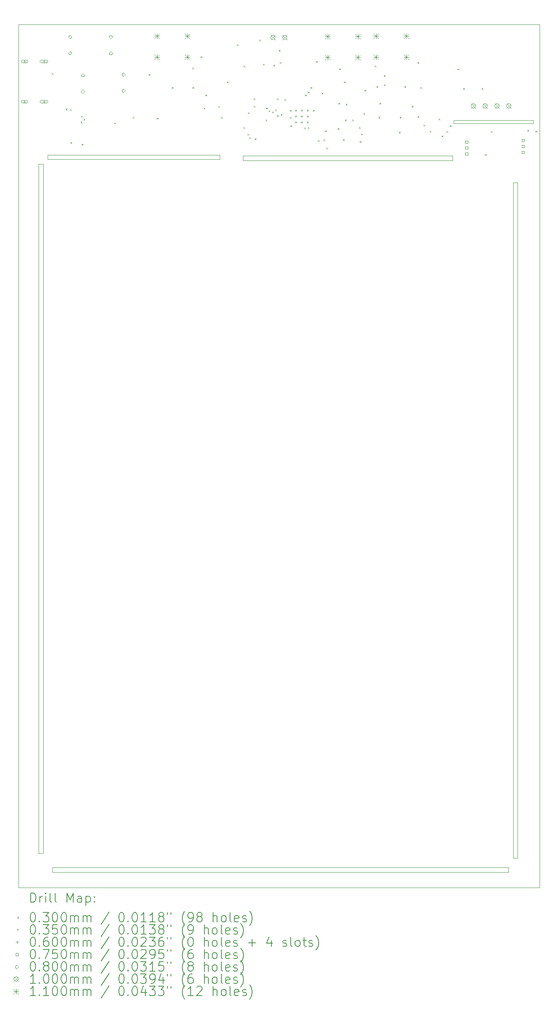
<source format=gbr>
%TF.GenerationSoftware,KiCad,Pcbnew,8.0.8*%
%TF.CreationDate,2025-01-24T13:28:27+05:30*%
%TF.ProjectId,heatPlate,68656174-506c-4617-9465-2e6b69636164,rev?*%
%TF.SameCoordinates,Original*%
%TF.FileFunction,Drillmap*%
%TF.FilePolarity,Positive*%
%FSLAX45Y45*%
G04 Gerber Fmt 4.5, Leading zero omitted, Abs format (unit mm)*
G04 Created by KiCad (PCBNEW 8.0.8) date 2025-01-24 13:28:27*
%MOMM*%
%LPD*%
G01*
G04 APERTURE LIST*
%ADD10C,0.050000*%
%ADD11C,0.200000*%
%ADD12C,0.100000*%
%ADD13C,0.110000*%
G04 APERTURE END LIST*
D10*
X15525000Y-6660000D02*
X17235000Y-6660000D01*
X17235000Y-6730000D01*
X15525000Y-6730000D01*
X15525000Y-6660000D01*
X6900000Y-22700000D02*
X16700000Y-22700000D01*
X16700000Y-22800000D01*
X6900000Y-22800000D01*
X6900000Y-22700000D01*
X6800000Y-7400000D02*
X10500000Y-7400000D01*
X10500000Y-7500000D01*
X6800000Y-7500000D01*
X6800000Y-7400000D01*
X6600000Y-7600000D02*
X6700000Y-7600000D01*
X6700000Y-22400000D01*
X6600000Y-22400000D01*
X6600000Y-7600000D01*
X16800000Y-8000000D02*
X16900000Y-8000000D01*
X16900000Y-22500000D01*
X16800000Y-22500000D01*
X16800000Y-8000000D01*
X11000000Y-7420000D02*
X15500000Y-7420000D01*
X15500000Y-7520000D01*
X11000000Y-7520000D01*
X11000000Y-7420000D01*
X6173000Y-4600000D02*
X17373000Y-4600000D01*
X17373000Y-23136000D01*
X6173000Y-23136000D01*
X6173000Y-4600000D01*
D11*
D12*
X6885000Y-5645000D02*
X6915000Y-5675000D01*
X6915000Y-5645000D02*
X6885000Y-5675000D01*
X7185000Y-6405000D02*
X7215000Y-6435000D01*
X7215000Y-6405000D02*
X7185000Y-6435000D01*
X7274289Y-6415711D02*
X7304289Y-6445711D01*
X7304289Y-6415711D02*
X7274289Y-6445711D01*
X7285000Y-7125000D02*
X7315000Y-7155000D01*
X7315000Y-7125000D02*
X7285000Y-7155000D01*
X7505000Y-6685000D02*
X7535000Y-6715000D01*
X7535000Y-6685000D02*
X7505000Y-6715000D01*
X7514091Y-6563289D02*
X7544091Y-6593289D01*
X7544091Y-6563289D02*
X7514091Y-6593289D01*
X7525000Y-7165000D02*
X7555000Y-7195000D01*
X7555000Y-7165000D02*
X7525000Y-7195000D01*
X7565000Y-6625000D02*
X7595000Y-6655000D01*
X7595000Y-6625000D02*
X7565000Y-6655000D01*
X8225000Y-6705000D02*
X8255000Y-6735000D01*
X8255000Y-6705000D02*
X8225000Y-6735000D01*
X8625000Y-6585000D02*
X8655000Y-6615000D01*
X8655000Y-6585000D02*
X8625000Y-6615000D01*
X8965000Y-5665000D02*
X8995000Y-5695000D01*
X8995000Y-5665000D02*
X8965000Y-5695000D01*
X9145000Y-6605000D02*
X9175000Y-6635000D01*
X9175000Y-6605000D02*
X9145000Y-6635000D01*
X9465000Y-5945000D02*
X9495000Y-5975000D01*
X9495000Y-5945000D02*
X9465000Y-5975000D01*
X9905000Y-5525000D02*
X9935000Y-5555000D01*
X9935000Y-5525000D02*
X9905000Y-5555000D01*
X9905000Y-5945000D02*
X9935000Y-5975000D01*
X9935000Y-5945000D02*
X9905000Y-5975000D01*
X10085000Y-5285000D02*
X10115000Y-5315000D01*
X10115000Y-5285000D02*
X10085000Y-5315000D01*
X10145000Y-6385000D02*
X10175000Y-6415000D01*
X10175000Y-6385000D02*
X10145000Y-6415000D01*
X10185000Y-6105000D02*
X10215000Y-6135000D01*
X10215000Y-6105000D02*
X10185000Y-6135000D01*
X10465000Y-6345000D02*
X10495000Y-6375000D01*
X10495000Y-6345000D02*
X10465000Y-6375000D01*
X10525000Y-6585000D02*
X10555000Y-6615000D01*
X10555000Y-6585000D02*
X10525000Y-6615000D01*
X10645000Y-5825000D02*
X10675000Y-5855000D01*
X10675000Y-5825000D02*
X10645000Y-5855000D01*
X10862627Y-5024563D02*
X10892627Y-5054563D01*
X10892627Y-5024563D02*
X10862627Y-5054563D01*
X11005000Y-5485000D02*
X11035000Y-5515000D01*
X11035000Y-5485000D02*
X11005000Y-5515000D01*
X11005000Y-6805000D02*
X11035000Y-6835000D01*
X11035000Y-6805000D02*
X11005000Y-6835000D01*
X11090437Y-6950237D02*
X11120437Y-6980237D01*
X11120437Y-6950237D02*
X11090437Y-6980237D01*
X11105000Y-6485000D02*
X11135000Y-6515000D01*
X11135000Y-6485000D02*
X11105000Y-6515000D01*
X11125000Y-7025000D02*
X11155000Y-7055000D01*
X11155000Y-7025000D02*
X11125000Y-7055000D01*
X11225000Y-6185000D02*
X11255000Y-6215000D01*
X11255000Y-6185000D02*
X11225000Y-6215000D01*
X11225000Y-6345000D02*
X11255000Y-6375000D01*
X11255000Y-6345000D02*
X11225000Y-6375000D01*
X11245000Y-7045000D02*
X11275000Y-7075000D01*
X11275000Y-7045000D02*
X11245000Y-7075000D01*
X11345000Y-4925000D02*
X11375000Y-4955000D01*
X11375000Y-4925000D02*
X11345000Y-4955000D01*
X11425000Y-5445000D02*
X11455000Y-5475000D01*
X11455000Y-5445000D02*
X11425000Y-5475000D01*
X11481921Y-6642500D02*
X11511921Y-6672500D01*
X11511921Y-6642500D02*
X11481921Y-6672500D01*
X11488767Y-6385000D02*
X11518767Y-6415000D01*
X11518767Y-6385000D02*
X11488767Y-6415000D01*
X11542475Y-6444292D02*
X11572475Y-6474292D01*
X11572475Y-6444292D02*
X11542475Y-6474292D01*
X11619526Y-6470970D02*
X11649526Y-6500970D01*
X11649526Y-6470970D02*
X11619526Y-6500970D01*
X11645000Y-5465000D02*
X11675000Y-5495000D01*
X11675000Y-5465000D02*
X11645000Y-5495000D01*
X11685000Y-6425000D02*
X11715000Y-6455000D01*
X11715000Y-6425000D02*
X11685000Y-6455000D01*
X11725000Y-6185000D02*
X11755000Y-6215000D01*
X11755000Y-6185000D02*
X11725000Y-6215000D01*
X11725000Y-6545000D02*
X11755000Y-6575000D01*
X11755000Y-6545000D02*
X11725000Y-6575000D01*
X11765000Y-5145000D02*
X11795000Y-5175000D01*
X11795000Y-5145000D02*
X11765000Y-5175000D01*
X11785000Y-5405000D02*
X11815000Y-5435000D01*
X11815000Y-5405000D02*
X11785000Y-5435000D01*
X11805000Y-6522500D02*
X11835000Y-6552500D01*
X11835000Y-6522500D02*
X11805000Y-6552500D01*
X11885000Y-6205000D02*
X11915000Y-6235000D01*
X11915000Y-6205000D02*
X11885000Y-6235000D01*
X12005000Y-6435000D02*
X12035000Y-6465000D01*
X12035000Y-6435000D02*
X12005000Y-6465000D01*
X12005000Y-6585000D02*
X12035000Y-6615000D01*
X12035000Y-6585000D02*
X12005000Y-6615000D01*
X12012651Y-6765000D02*
X12042651Y-6795000D01*
X12042651Y-6765000D02*
X12012651Y-6795000D01*
X12310643Y-6812500D02*
X12340643Y-6842500D01*
X12340643Y-6812500D02*
X12310643Y-6842500D01*
X12326250Y-6105000D02*
X12356250Y-6135000D01*
X12356250Y-6105000D02*
X12326250Y-6135000D01*
X12385000Y-6045000D02*
X12415000Y-6075000D01*
X12415000Y-6045000D02*
X12385000Y-6075000D01*
X12386250Y-6806250D02*
X12416250Y-6836250D01*
X12416250Y-6806250D02*
X12386250Y-6836250D01*
X12445000Y-5945000D02*
X12475000Y-5975000D01*
X12475000Y-5945000D02*
X12445000Y-5975000D01*
X12496250Y-6435000D02*
X12526250Y-6465000D01*
X12526250Y-6435000D02*
X12496250Y-6465000D01*
X12565000Y-5385000D02*
X12595000Y-5415000D01*
X12595000Y-5385000D02*
X12565000Y-5415000D01*
X12605000Y-7085000D02*
X12635000Y-7115000D01*
X12635000Y-7085000D02*
X12605000Y-7115000D01*
X12685000Y-6065000D02*
X12715000Y-6095000D01*
X12715000Y-6065000D02*
X12685000Y-6095000D01*
X12725000Y-7065000D02*
X12755000Y-7095000D01*
X12755000Y-7065000D02*
X12725000Y-7095000D01*
X12760556Y-6875703D02*
X12790556Y-6905703D01*
X12790556Y-6875703D02*
X12760556Y-6905703D01*
X12785000Y-7245000D02*
X12815000Y-7275000D01*
X12815000Y-7245000D02*
X12785000Y-7275000D01*
X13027500Y-6825000D02*
X13057500Y-6855000D01*
X13057500Y-6825000D02*
X13027500Y-6855000D01*
X13045000Y-6285000D02*
X13075000Y-6315000D01*
X13075000Y-6285000D02*
X13045000Y-6315000D01*
X13065000Y-5545000D02*
X13095000Y-5575000D01*
X13095000Y-5545000D02*
X13065000Y-5575000D01*
X13145000Y-7065000D02*
X13175000Y-7095000D01*
X13175000Y-7065000D02*
X13145000Y-7095000D01*
X13165000Y-5825000D02*
X13195000Y-5855000D01*
X13195000Y-5825000D02*
X13165000Y-5855000D01*
X13185000Y-6642500D02*
X13215000Y-6672500D01*
X13215000Y-6642500D02*
X13185000Y-6672500D01*
X13205000Y-6305000D02*
X13235000Y-6335000D01*
X13235000Y-6305000D02*
X13205000Y-6335000D01*
X13345000Y-6642500D02*
X13375000Y-6672500D01*
X13375000Y-6642500D02*
X13345000Y-6672500D01*
X13485000Y-6805000D02*
X13515000Y-6835000D01*
X13515000Y-6805000D02*
X13485000Y-6835000D01*
X13505000Y-7105000D02*
X13535000Y-7135000D01*
X13535000Y-7105000D02*
X13505000Y-7135000D01*
X13535000Y-6945000D02*
X13565000Y-6975000D01*
X13565000Y-6945000D02*
X13535000Y-6975000D01*
X13585000Y-6505000D02*
X13615000Y-6535000D01*
X13615000Y-6505000D02*
X13585000Y-6535000D01*
X13605000Y-6005000D02*
X13635000Y-6035000D01*
X13635000Y-6005000D02*
X13605000Y-6035000D01*
X13825000Y-5485000D02*
X13855000Y-5515000D01*
X13855000Y-5485000D02*
X13825000Y-5515000D01*
X13865000Y-5925000D02*
X13895000Y-5955000D01*
X13895000Y-5925000D02*
X13865000Y-5955000D01*
X13905000Y-6582500D02*
X13935000Y-6612500D01*
X13935000Y-6582500D02*
X13905000Y-6612500D01*
X13925000Y-6285000D02*
X13955000Y-6315000D01*
X13955000Y-6285000D02*
X13925000Y-6315000D01*
X14025000Y-5685000D02*
X14055000Y-5715000D01*
X14055000Y-5685000D02*
X14025000Y-5715000D01*
X14025000Y-5885000D02*
X14055000Y-5915000D01*
X14055000Y-5885000D02*
X14025000Y-5915000D01*
X14345000Y-6905000D02*
X14375000Y-6935000D01*
X14375000Y-6905000D02*
X14345000Y-6935000D01*
X14365000Y-6585000D02*
X14395000Y-6615000D01*
X14395000Y-6585000D02*
X14365000Y-6615000D01*
X14465000Y-5925000D02*
X14495000Y-5955000D01*
X14495000Y-5925000D02*
X14465000Y-5955000D01*
X14625000Y-6345000D02*
X14655000Y-6375000D01*
X14655000Y-6345000D02*
X14625000Y-6375000D01*
X14745000Y-5405000D02*
X14775000Y-5435000D01*
X14775000Y-5405000D02*
X14745000Y-5435000D01*
X14745000Y-6565000D02*
X14775000Y-6595000D01*
X14775000Y-6565000D02*
X14745000Y-6595000D01*
X14805000Y-5945000D02*
X14835000Y-5975000D01*
X14835000Y-5945000D02*
X14805000Y-5975000D01*
X14873993Y-6753993D02*
X14903993Y-6783993D01*
X14903993Y-6753993D02*
X14873993Y-6783993D01*
X15005000Y-6885000D02*
X15035000Y-6915000D01*
X15035000Y-6885000D02*
X15005000Y-6915000D01*
X15202573Y-6622573D02*
X15232573Y-6652573D01*
X15232573Y-6622573D02*
X15202573Y-6652573D01*
X15265000Y-6985000D02*
X15295000Y-7015000D01*
X15295000Y-6985000D02*
X15265000Y-7015000D01*
X15365000Y-6886500D02*
X15395000Y-6916500D01*
X15395000Y-6886500D02*
X15365000Y-6916500D01*
X15445000Y-6765000D02*
X15475000Y-6795000D01*
X15475000Y-6765000D02*
X15445000Y-6795000D01*
X15605000Y-5545000D02*
X15635000Y-5575000D01*
X15635000Y-5545000D02*
X15605000Y-5575000D01*
X15725000Y-5965000D02*
X15755000Y-5995000D01*
X15755000Y-5965000D02*
X15725000Y-5995000D01*
X16125000Y-5965000D02*
X16155000Y-5995000D01*
X16155000Y-5965000D02*
X16125000Y-5995000D01*
X16194500Y-7382500D02*
X16224500Y-7412500D01*
X16224500Y-7382500D02*
X16194500Y-7412500D01*
X16321500Y-6887500D02*
X16351500Y-6917500D01*
X16351500Y-6887500D02*
X16321500Y-6917500D01*
X17105000Y-6865000D02*
X17135000Y-6895000D01*
X17135000Y-6865000D02*
X17105000Y-6895000D01*
X17278000Y-6885853D02*
X17308000Y-6915853D01*
X17308000Y-6885853D02*
X17278000Y-6915853D01*
X12151250Y-6450000D02*
G75*
G02*
X12116250Y-6450000I-17500J0D01*
G01*
X12116250Y-6450000D02*
G75*
G02*
X12151250Y-6450000I17500J0D01*
G01*
X12151250Y-6577500D02*
G75*
G02*
X12116250Y-6577500I-17500J0D01*
G01*
X12116250Y-6577500D02*
G75*
G02*
X12151250Y-6577500I17500J0D01*
G01*
X12151250Y-6705000D02*
G75*
G02*
X12116250Y-6705000I-17500J0D01*
G01*
X12116250Y-6705000D02*
G75*
G02*
X12151250Y-6705000I17500J0D01*
G01*
X12278750Y-6450000D02*
G75*
G02*
X12243750Y-6450000I-17500J0D01*
G01*
X12243750Y-6450000D02*
G75*
G02*
X12278750Y-6450000I17500J0D01*
G01*
X12278750Y-6577500D02*
G75*
G02*
X12243750Y-6577500I-17500J0D01*
G01*
X12243750Y-6577500D02*
G75*
G02*
X12278750Y-6577500I17500J0D01*
G01*
X12278750Y-6705000D02*
G75*
G02*
X12243750Y-6705000I-17500J0D01*
G01*
X12243750Y-6705000D02*
G75*
G02*
X12278750Y-6705000I17500J0D01*
G01*
X12406250Y-6450000D02*
G75*
G02*
X12371250Y-6450000I-17500J0D01*
G01*
X12371250Y-6450000D02*
G75*
G02*
X12406250Y-6450000I17500J0D01*
G01*
X12406250Y-6577500D02*
G75*
G02*
X12371250Y-6577500I-17500J0D01*
G01*
X12371250Y-6577500D02*
G75*
G02*
X12406250Y-6577500I17500J0D01*
G01*
X12406250Y-6705000D02*
G75*
G02*
X12371250Y-6705000I-17500J0D01*
G01*
X12371250Y-6705000D02*
G75*
G02*
X12406250Y-6705000I17500J0D01*
G01*
X6300000Y-5362500D02*
X6300000Y-5422500D01*
X6270000Y-5392500D02*
X6330000Y-5392500D01*
X6340000Y-5362500D02*
X6260000Y-5362500D01*
X6260000Y-5422500D02*
G75*
G02*
X6260000Y-5362500I0J30000D01*
G01*
X6260000Y-5422500D02*
X6340000Y-5422500D01*
X6340000Y-5422500D02*
G75*
G03*
X6340000Y-5362500I0J30000D01*
G01*
X6300000Y-6227500D02*
X6300000Y-6287500D01*
X6270000Y-6257500D02*
X6330000Y-6257500D01*
X6340000Y-6227500D02*
X6260000Y-6227500D01*
X6260000Y-6287500D02*
G75*
G02*
X6260000Y-6227500I0J30000D01*
G01*
X6260000Y-6287500D02*
X6340000Y-6287500D01*
X6340000Y-6287500D02*
G75*
G03*
X6340000Y-6227500I0J30000D01*
G01*
X6717000Y-5362500D02*
X6717000Y-5422500D01*
X6687000Y-5392500D02*
X6747000Y-5392500D01*
X6772000Y-5362500D02*
X6662000Y-5362500D01*
X6662000Y-5422500D02*
G75*
G02*
X6662000Y-5362500I0J30000D01*
G01*
X6662000Y-5422500D02*
X6772000Y-5422500D01*
X6772000Y-5422500D02*
G75*
G03*
X6772000Y-5362500I0J30000D01*
G01*
X6717000Y-6227500D02*
X6717000Y-6287500D01*
X6687000Y-6257500D02*
X6747000Y-6257500D01*
X6772000Y-6227500D02*
X6662000Y-6227500D01*
X6662000Y-6287500D02*
G75*
G02*
X6662000Y-6227500I0J30000D01*
G01*
X6662000Y-6287500D02*
X6772000Y-6287500D01*
X6772000Y-6287500D02*
G75*
G03*
X6772000Y-6227500I0J30000D01*
G01*
X15826517Y-7149517D02*
X15826517Y-7096483D01*
X15773483Y-7096483D01*
X15773483Y-7149517D01*
X15826517Y-7149517D01*
X15826517Y-7276517D02*
X15826517Y-7223483D01*
X15773483Y-7223483D01*
X15773483Y-7276517D01*
X15826517Y-7276517D01*
X15826517Y-7403517D02*
X15826517Y-7350483D01*
X15773483Y-7350483D01*
X15773483Y-7403517D01*
X15826517Y-7403517D01*
X17042517Y-7119517D02*
X17042517Y-7066483D01*
X16989483Y-7066483D01*
X16989483Y-7119517D01*
X17042517Y-7119517D01*
X17042517Y-7246517D02*
X17042517Y-7193483D01*
X16989483Y-7193483D01*
X16989483Y-7246517D01*
X17042517Y-7246517D01*
X17042517Y-7373517D02*
X17042517Y-7320483D01*
X16989483Y-7320483D01*
X16989483Y-7373517D01*
X17042517Y-7373517D01*
X7275000Y-4905265D02*
X7315000Y-4865265D01*
X7275000Y-4825265D01*
X7235000Y-4865265D01*
X7275000Y-4905265D01*
X7275000Y-5255265D02*
X7315000Y-5215265D01*
X7275000Y-5175265D01*
X7235000Y-5215265D01*
X7275000Y-5255265D01*
X7550000Y-5730000D02*
X7590000Y-5690000D01*
X7550000Y-5650000D01*
X7510000Y-5690000D01*
X7550000Y-5730000D01*
X7550000Y-6080000D02*
X7590000Y-6040000D01*
X7550000Y-6000000D01*
X7510000Y-6040000D01*
X7550000Y-6080000D01*
X8150000Y-4905265D02*
X8190000Y-4865265D01*
X8150000Y-4825265D01*
X8110000Y-4865265D01*
X8150000Y-4905265D01*
X8150000Y-5255265D02*
X8190000Y-5215265D01*
X8150000Y-5175265D01*
X8110000Y-5215265D01*
X8150000Y-5255265D01*
X8425000Y-5715000D02*
X8465000Y-5675000D01*
X8425000Y-5635000D01*
X8385000Y-5675000D01*
X8425000Y-5715000D01*
X8425000Y-6065000D02*
X8465000Y-6025000D01*
X8425000Y-5985000D01*
X8385000Y-6025000D01*
X8425000Y-6065000D01*
X11590000Y-4830000D02*
X11690000Y-4930000D01*
X11690000Y-4830000D02*
X11590000Y-4930000D01*
X11690000Y-4880000D02*
G75*
G02*
X11590000Y-4880000I-50000J0D01*
G01*
X11590000Y-4880000D02*
G75*
G02*
X11690000Y-4880000I50000J0D01*
G01*
X11844000Y-4830000D02*
X11944000Y-4930000D01*
X11944000Y-4830000D02*
X11844000Y-4930000D01*
X11944000Y-4880000D02*
G75*
G02*
X11844000Y-4880000I-50000J0D01*
G01*
X11844000Y-4880000D02*
G75*
G02*
X11944000Y-4880000I50000J0D01*
G01*
X15896000Y-6300000D02*
X15996000Y-6400000D01*
X15996000Y-6300000D02*
X15896000Y-6400000D01*
X15996000Y-6350000D02*
G75*
G02*
X15896000Y-6350000I-50000J0D01*
G01*
X15896000Y-6350000D02*
G75*
G02*
X15996000Y-6350000I50000J0D01*
G01*
X16150000Y-6300000D02*
X16250000Y-6400000D01*
X16250000Y-6300000D02*
X16150000Y-6400000D01*
X16250000Y-6350000D02*
G75*
G02*
X16150000Y-6350000I-50000J0D01*
G01*
X16150000Y-6350000D02*
G75*
G02*
X16250000Y-6350000I50000J0D01*
G01*
X16404000Y-6300000D02*
X16504000Y-6400000D01*
X16504000Y-6300000D02*
X16404000Y-6400000D01*
X16504000Y-6350000D02*
G75*
G02*
X16404000Y-6350000I-50000J0D01*
G01*
X16404000Y-6350000D02*
G75*
G02*
X16504000Y-6350000I50000J0D01*
G01*
X16658000Y-6300000D02*
X16758000Y-6400000D01*
X16758000Y-6300000D02*
X16658000Y-6400000D01*
X16758000Y-6350000D02*
G75*
G02*
X16658000Y-6350000I-50000J0D01*
G01*
X16658000Y-6350000D02*
G75*
G02*
X16758000Y-6350000I50000J0D01*
G01*
D13*
X9095000Y-4795000D02*
X9205000Y-4905000D01*
X9205000Y-4795000D02*
X9095000Y-4905000D01*
X9150000Y-4795000D02*
X9150000Y-4905000D01*
X9095000Y-4850000D02*
X9205000Y-4850000D01*
X9095000Y-5245000D02*
X9205000Y-5355000D01*
X9205000Y-5245000D02*
X9095000Y-5355000D01*
X9150000Y-5245000D02*
X9150000Y-5355000D01*
X9095000Y-5300000D02*
X9205000Y-5300000D01*
X9745000Y-4795000D02*
X9855000Y-4905000D01*
X9855000Y-4795000D02*
X9745000Y-4905000D01*
X9800000Y-4795000D02*
X9800000Y-4905000D01*
X9745000Y-4850000D02*
X9855000Y-4850000D01*
X9745000Y-5245000D02*
X9855000Y-5355000D01*
X9855000Y-5245000D02*
X9745000Y-5355000D01*
X9800000Y-5245000D02*
X9800000Y-5355000D01*
X9745000Y-5300000D02*
X9855000Y-5300000D01*
X12760000Y-4800000D02*
X12870000Y-4910000D01*
X12870000Y-4800000D02*
X12760000Y-4910000D01*
X12815000Y-4800000D02*
X12815000Y-4910000D01*
X12760000Y-4855000D02*
X12870000Y-4855000D01*
X12760000Y-5250000D02*
X12870000Y-5360000D01*
X12870000Y-5250000D02*
X12760000Y-5360000D01*
X12815000Y-5250000D02*
X12815000Y-5360000D01*
X12760000Y-5305000D02*
X12870000Y-5305000D01*
X13410000Y-4800000D02*
X13520000Y-4910000D01*
X13520000Y-4800000D02*
X13410000Y-4910000D01*
X13465000Y-4800000D02*
X13465000Y-4910000D01*
X13410000Y-4855000D02*
X13520000Y-4855000D01*
X13410000Y-5250000D02*
X13520000Y-5360000D01*
X13520000Y-5250000D02*
X13410000Y-5360000D01*
X13465000Y-5250000D02*
X13465000Y-5360000D01*
X13410000Y-5305000D02*
X13520000Y-5305000D01*
X13800000Y-4795000D02*
X13910000Y-4905000D01*
X13910000Y-4795000D02*
X13800000Y-4905000D01*
X13855000Y-4795000D02*
X13855000Y-4905000D01*
X13800000Y-4850000D02*
X13910000Y-4850000D01*
X13800000Y-5245000D02*
X13910000Y-5355000D01*
X13910000Y-5245000D02*
X13800000Y-5355000D01*
X13855000Y-5245000D02*
X13855000Y-5355000D01*
X13800000Y-5300000D02*
X13910000Y-5300000D01*
X14450000Y-4795000D02*
X14560000Y-4905000D01*
X14560000Y-4795000D02*
X14450000Y-4905000D01*
X14505000Y-4795000D02*
X14505000Y-4905000D01*
X14450000Y-4850000D02*
X14560000Y-4850000D01*
X14450000Y-5245000D02*
X14560000Y-5355000D01*
X14560000Y-5245000D02*
X14450000Y-5355000D01*
X14505000Y-5245000D02*
X14505000Y-5355000D01*
X14450000Y-5300000D02*
X14560000Y-5300000D01*
D11*
X6431277Y-23449984D02*
X6431277Y-23249984D01*
X6431277Y-23249984D02*
X6478896Y-23249984D01*
X6478896Y-23249984D02*
X6507467Y-23259508D01*
X6507467Y-23259508D02*
X6526515Y-23278555D01*
X6526515Y-23278555D02*
X6536039Y-23297603D01*
X6536039Y-23297603D02*
X6545562Y-23335698D01*
X6545562Y-23335698D02*
X6545562Y-23364269D01*
X6545562Y-23364269D02*
X6536039Y-23402365D01*
X6536039Y-23402365D02*
X6526515Y-23421412D01*
X6526515Y-23421412D02*
X6507467Y-23440460D01*
X6507467Y-23440460D02*
X6478896Y-23449984D01*
X6478896Y-23449984D02*
X6431277Y-23449984D01*
X6631277Y-23449984D02*
X6631277Y-23316650D01*
X6631277Y-23354746D02*
X6640801Y-23335698D01*
X6640801Y-23335698D02*
X6650324Y-23326174D01*
X6650324Y-23326174D02*
X6669372Y-23316650D01*
X6669372Y-23316650D02*
X6688420Y-23316650D01*
X6755086Y-23449984D02*
X6755086Y-23316650D01*
X6755086Y-23249984D02*
X6745562Y-23259508D01*
X6745562Y-23259508D02*
X6755086Y-23269031D01*
X6755086Y-23269031D02*
X6764610Y-23259508D01*
X6764610Y-23259508D02*
X6755086Y-23249984D01*
X6755086Y-23249984D02*
X6755086Y-23269031D01*
X6878896Y-23449984D02*
X6859848Y-23440460D01*
X6859848Y-23440460D02*
X6850324Y-23421412D01*
X6850324Y-23421412D02*
X6850324Y-23249984D01*
X6983658Y-23449984D02*
X6964610Y-23440460D01*
X6964610Y-23440460D02*
X6955086Y-23421412D01*
X6955086Y-23421412D02*
X6955086Y-23249984D01*
X7212229Y-23449984D02*
X7212229Y-23249984D01*
X7212229Y-23249984D02*
X7278896Y-23392841D01*
X7278896Y-23392841D02*
X7345562Y-23249984D01*
X7345562Y-23249984D02*
X7345562Y-23449984D01*
X7526515Y-23449984D02*
X7526515Y-23345222D01*
X7526515Y-23345222D02*
X7516991Y-23326174D01*
X7516991Y-23326174D02*
X7497943Y-23316650D01*
X7497943Y-23316650D02*
X7459848Y-23316650D01*
X7459848Y-23316650D02*
X7440801Y-23326174D01*
X7526515Y-23440460D02*
X7507467Y-23449984D01*
X7507467Y-23449984D02*
X7459848Y-23449984D01*
X7459848Y-23449984D02*
X7440801Y-23440460D01*
X7440801Y-23440460D02*
X7431277Y-23421412D01*
X7431277Y-23421412D02*
X7431277Y-23402365D01*
X7431277Y-23402365D02*
X7440801Y-23383317D01*
X7440801Y-23383317D02*
X7459848Y-23373793D01*
X7459848Y-23373793D02*
X7507467Y-23373793D01*
X7507467Y-23373793D02*
X7526515Y-23364269D01*
X7621753Y-23316650D02*
X7621753Y-23516650D01*
X7621753Y-23326174D02*
X7640801Y-23316650D01*
X7640801Y-23316650D02*
X7678896Y-23316650D01*
X7678896Y-23316650D02*
X7697943Y-23326174D01*
X7697943Y-23326174D02*
X7707467Y-23335698D01*
X7707467Y-23335698D02*
X7716991Y-23354746D01*
X7716991Y-23354746D02*
X7716991Y-23411888D01*
X7716991Y-23411888D02*
X7707467Y-23430936D01*
X7707467Y-23430936D02*
X7697943Y-23440460D01*
X7697943Y-23440460D02*
X7678896Y-23449984D01*
X7678896Y-23449984D02*
X7640801Y-23449984D01*
X7640801Y-23449984D02*
X7621753Y-23440460D01*
X7802705Y-23430936D02*
X7812229Y-23440460D01*
X7812229Y-23440460D02*
X7802705Y-23449984D01*
X7802705Y-23449984D02*
X7793182Y-23440460D01*
X7793182Y-23440460D02*
X7802705Y-23430936D01*
X7802705Y-23430936D02*
X7802705Y-23449984D01*
X7802705Y-23326174D02*
X7812229Y-23335698D01*
X7812229Y-23335698D02*
X7802705Y-23345222D01*
X7802705Y-23345222D02*
X7793182Y-23335698D01*
X7793182Y-23335698D02*
X7802705Y-23326174D01*
X7802705Y-23326174D02*
X7802705Y-23345222D01*
D12*
X6140500Y-23763500D02*
X6170500Y-23793500D01*
X6170500Y-23763500D02*
X6140500Y-23793500D01*
D11*
X6469372Y-23669984D02*
X6488420Y-23669984D01*
X6488420Y-23669984D02*
X6507467Y-23679508D01*
X6507467Y-23679508D02*
X6516991Y-23689031D01*
X6516991Y-23689031D02*
X6526515Y-23708079D01*
X6526515Y-23708079D02*
X6536039Y-23746174D01*
X6536039Y-23746174D02*
X6536039Y-23793793D01*
X6536039Y-23793793D02*
X6526515Y-23831888D01*
X6526515Y-23831888D02*
X6516991Y-23850936D01*
X6516991Y-23850936D02*
X6507467Y-23860460D01*
X6507467Y-23860460D02*
X6488420Y-23869984D01*
X6488420Y-23869984D02*
X6469372Y-23869984D01*
X6469372Y-23869984D02*
X6450324Y-23860460D01*
X6450324Y-23860460D02*
X6440801Y-23850936D01*
X6440801Y-23850936D02*
X6431277Y-23831888D01*
X6431277Y-23831888D02*
X6421753Y-23793793D01*
X6421753Y-23793793D02*
X6421753Y-23746174D01*
X6421753Y-23746174D02*
X6431277Y-23708079D01*
X6431277Y-23708079D02*
X6440801Y-23689031D01*
X6440801Y-23689031D02*
X6450324Y-23679508D01*
X6450324Y-23679508D02*
X6469372Y-23669984D01*
X6621753Y-23850936D02*
X6631277Y-23860460D01*
X6631277Y-23860460D02*
X6621753Y-23869984D01*
X6621753Y-23869984D02*
X6612229Y-23860460D01*
X6612229Y-23860460D02*
X6621753Y-23850936D01*
X6621753Y-23850936D02*
X6621753Y-23869984D01*
X6697943Y-23669984D02*
X6821753Y-23669984D01*
X6821753Y-23669984D02*
X6755086Y-23746174D01*
X6755086Y-23746174D02*
X6783658Y-23746174D01*
X6783658Y-23746174D02*
X6802705Y-23755698D01*
X6802705Y-23755698D02*
X6812229Y-23765222D01*
X6812229Y-23765222D02*
X6821753Y-23784269D01*
X6821753Y-23784269D02*
X6821753Y-23831888D01*
X6821753Y-23831888D02*
X6812229Y-23850936D01*
X6812229Y-23850936D02*
X6802705Y-23860460D01*
X6802705Y-23860460D02*
X6783658Y-23869984D01*
X6783658Y-23869984D02*
X6726515Y-23869984D01*
X6726515Y-23869984D02*
X6707467Y-23860460D01*
X6707467Y-23860460D02*
X6697943Y-23850936D01*
X6945562Y-23669984D02*
X6964610Y-23669984D01*
X6964610Y-23669984D02*
X6983658Y-23679508D01*
X6983658Y-23679508D02*
X6993182Y-23689031D01*
X6993182Y-23689031D02*
X7002705Y-23708079D01*
X7002705Y-23708079D02*
X7012229Y-23746174D01*
X7012229Y-23746174D02*
X7012229Y-23793793D01*
X7012229Y-23793793D02*
X7002705Y-23831888D01*
X7002705Y-23831888D02*
X6993182Y-23850936D01*
X6993182Y-23850936D02*
X6983658Y-23860460D01*
X6983658Y-23860460D02*
X6964610Y-23869984D01*
X6964610Y-23869984D02*
X6945562Y-23869984D01*
X6945562Y-23869984D02*
X6926515Y-23860460D01*
X6926515Y-23860460D02*
X6916991Y-23850936D01*
X6916991Y-23850936D02*
X6907467Y-23831888D01*
X6907467Y-23831888D02*
X6897943Y-23793793D01*
X6897943Y-23793793D02*
X6897943Y-23746174D01*
X6897943Y-23746174D02*
X6907467Y-23708079D01*
X6907467Y-23708079D02*
X6916991Y-23689031D01*
X6916991Y-23689031D02*
X6926515Y-23679508D01*
X6926515Y-23679508D02*
X6945562Y-23669984D01*
X7136039Y-23669984D02*
X7155086Y-23669984D01*
X7155086Y-23669984D02*
X7174134Y-23679508D01*
X7174134Y-23679508D02*
X7183658Y-23689031D01*
X7183658Y-23689031D02*
X7193182Y-23708079D01*
X7193182Y-23708079D02*
X7202705Y-23746174D01*
X7202705Y-23746174D02*
X7202705Y-23793793D01*
X7202705Y-23793793D02*
X7193182Y-23831888D01*
X7193182Y-23831888D02*
X7183658Y-23850936D01*
X7183658Y-23850936D02*
X7174134Y-23860460D01*
X7174134Y-23860460D02*
X7155086Y-23869984D01*
X7155086Y-23869984D02*
X7136039Y-23869984D01*
X7136039Y-23869984D02*
X7116991Y-23860460D01*
X7116991Y-23860460D02*
X7107467Y-23850936D01*
X7107467Y-23850936D02*
X7097943Y-23831888D01*
X7097943Y-23831888D02*
X7088420Y-23793793D01*
X7088420Y-23793793D02*
X7088420Y-23746174D01*
X7088420Y-23746174D02*
X7097943Y-23708079D01*
X7097943Y-23708079D02*
X7107467Y-23689031D01*
X7107467Y-23689031D02*
X7116991Y-23679508D01*
X7116991Y-23679508D02*
X7136039Y-23669984D01*
X7288420Y-23869984D02*
X7288420Y-23736650D01*
X7288420Y-23755698D02*
X7297943Y-23746174D01*
X7297943Y-23746174D02*
X7316991Y-23736650D01*
X7316991Y-23736650D02*
X7345563Y-23736650D01*
X7345563Y-23736650D02*
X7364610Y-23746174D01*
X7364610Y-23746174D02*
X7374134Y-23765222D01*
X7374134Y-23765222D02*
X7374134Y-23869984D01*
X7374134Y-23765222D02*
X7383658Y-23746174D01*
X7383658Y-23746174D02*
X7402705Y-23736650D01*
X7402705Y-23736650D02*
X7431277Y-23736650D01*
X7431277Y-23736650D02*
X7450324Y-23746174D01*
X7450324Y-23746174D02*
X7459848Y-23765222D01*
X7459848Y-23765222D02*
X7459848Y-23869984D01*
X7555086Y-23869984D02*
X7555086Y-23736650D01*
X7555086Y-23755698D02*
X7564610Y-23746174D01*
X7564610Y-23746174D02*
X7583658Y-23736650D01*
X7583658Y-23736650D02*
X7612229Y-23736650D01*
X7612229Y-23736650D02*
X7631277Y-23746174D01*
X7631277Y-23746174D02*
X7640801Y-23765222D01*
X7640801Y-23765222D02*
X7640801Y-23869984D01*
X7640801Y-23765222D02*
X7650324Y-23746174D01*
X7650324Y-23746174D02*
X7669372Y-23736650D01*
X7669372Y-23736650D02*
X7697943Y-23736650D01*
X7697943Y-23736650D02*
X7716991Y-23746174D01*
X7716991Y-23746174D02*
X7726515Y-23765222D01*
X7726515Y-23765222D02*
X7726515Y-23869984D01*
X8116991Y-23660460D02*
X7945563Y-23917603D01*
X8374134Y-23669984D02*
X8393182Y-23669984D01*
X8393182Y-23669984D02*
X8412229Y-23679508D01*
X8412229Y-23679508D02*
X8421753Y-23689031D01*
X8421753Y-23689031D02*
X8431277Y-23708079D01*
X8431277Y-23708079D02*
X8440801Y-23746174D01*
X8440801Y-23746174D02*
X8440801Y-23793793D01*
X8440801Y-23793793D02*
X8431277Y-23831888D01*
X8431277Y-23831888D02*
X8421753Y-23850936D01*
X8421753Y-23850936D02*
X8412229Y-23860460D01*
X8412229Y-23860460D02*
X8393182Y-23869984D01*
X8393182Y-23869984D02*
X8374134Y-23869984D01*
X8374134Y-23869984D02*
X8355086Y-23860460D01*
X8355086Y-23860460D02*
X8345563Y-23850936D01*
X8345563Y-23850936D02*
X8336039Y-23831888D01*
X8336039Y-23831888D02*
X8326515Y-23793793D01*
X8326515Y-23793793D02*
X8326515Y-23746174D01*
X8326515Y-23746174D02*
X8336039Y-23708079D01*
X8336039Y-23708079D02*
X8345563Y-23689031D01*
X8345563Y-23689031D02*
X8355086Y-23679508D01*
X8355086Y-23679508D02*
X8374134Y-23669984D01*
X8526515Y-23850936D02*
X8536039Y-23860460D01*
X8536039Y-23860460D02*
X8526515Y-23869984D01*
X8526515Y-23869984D02*
X8516991Y-23860460D01*
X8516991Y-23860460D02*
X8526515Y-23850936D01*
X8526515Y-23850936D02*
X8526515Y-23869984D01*
X8659848Y-23669984D02*
X8678896Y-23669984D01*
X8678896Y-23669984D02*
X8697944Y-23679508D01*
X8697944Y-23679508D02*
X8707468Y-23689031D01*
X8707468Y-23689031D02*
X8716991Y-23708079D01*
X8716991Y-23708079D02*
X8726515Y-23746174D01*
X8726515Y-23746174D02*
X8726515Y-23793793D01*
X8726515Y-23793793D02*
X8716991Y-23831888D01*
X8716991Y-23831888D02*
X8707468Y-23850936D01*
X8707468Y-23850936D02*
X8697944Y-23860460D01*
X8697944Y-23860460D02*
X8678896Y-23869984D01*
X8678896Y-23869984D02*
X8659848Y-23869984D01*
X8659848Y-23869984D02*
X8640801Y-23860460D01*
X8640801Y-23860460D02*
X8631277Y-23850936D01*
X8631277Y-23850936D02*
X8621753Y-23831888D01*
X8621753Y-23831888D02*
X8612229Y-23793793D01*
X8612229Y-23793793D02*
X8612229Y-23746174D01*
X8612229Y-23746174D02*
X8621753Y-23708079D01*
X8621753Y-23708079D02*
X8631277Y-23689031D01*
X8631277Y-23689031D02*
X8640801Y-23679508D01*
X8640801Y-23679508D02*
X8659848Y-23669984D01*
X8916991Y-23869984D02*
X8802706Y-23869984D01*
X8859848Y-23869984D02*
X8859848Y-23669984D01*
X8859848Y-23669984D02*
X8840801Y-23698555D01*
X8840801Y-23698555D02*
X8821753Y-23717603D01*
X8821753Y-23717603D02*
X8802706Y-23727127D01*
X9107468Y-23869984D02*
X8993182Y-23869984D01*
X9050325Y-23869984D02*
X9050325Y-23669984D01*
X9050325Y-23669984D02*
X9031277Y-23698555D01*
X9031277Y-23698555D02*
X9012229Y-23717603D01*
X9012229Y-23717603D02*
X8993182Y-23727127D01*
X9221753Y-23755698D02*
X9202706Y-23746174D01*
X9202706Y-23746174D02*
X9193182Y-23736650D01*
X9193182Y-23736650D02*
X9183658Y-23717603D01*
X9183658Y-23717603D02*
X9183658Y-23708079D01*
X9183658Y-23708079D02*
X9193182Y-23689031D01*
X9193182Y-23689031D02*
X9202706Y-23679508D01*
X9202706Y-23679508D02*
X9221753Y-23669984D01*
X9221753Y-23669984D02*
X9259849Y-23669984D01*
X9259849Y-23669984D02*
X9278896Y-23679508D01*
X9278896Y-23679508D02*
X9288420Y-23689031D01*
X9288420Y-23689031D02*
X9297944Y-23708079D01*
X9297944Y-23708079D02*
X9297944Y-23717603D01*
X9297944Y-23717603D02*
X9288420Y-23736650D01*
X9288420Y-23736650D02*
X9278896Y-23746174D01*
X9278896Y-23746174D02*
X9259849Y-23755698D01*
X9259849Y-23755698D02*
X9221753Y-23755698D01*
X9221753Y-23755698D02*
X9202706Y-23765222D01*
X9202706Y-23765222D02*
X9193182Y-23774746D01*
X9193182Y-23774746D02*
X9183658Y-23793793D01*
X9183658Y-23793793D02*
X9183658Y-23831888D01*
X9183658Y-23831888D02*
X9193182Y-23850936D01*
X9193182Y-23850936D02*
X9202706Y-23860460D01*
X9202706Y-23860460D02*
X9221753Y-23869984D01*
X9221753Y-23869984D02*
X9259849Y-23869984D01*
X9259849Y-23869984D02*
X9278896Y-23860460D01*
X9278896Y-23860460D02*
X9288420Y-23850936D01*
X9288420Y-23850936D02*
X9297944Y-23831888D01*
X9297944Y-23831888D02*
X9297944Y-23793793D01*
X9297944Y-23793793D02*
X9288420Y-23774746D01*
X9288420Y-23774746D02*
X9278896Y-23765222D01*
X9278896Y-23765222D02*
X9259849Y-23755698D01*
X9374134Y-23669984D02*
X9374134Y-23708079D01*
X9450325Y-23669984D02*
X9450325Y-23708079D01*
X9745563Y-23946174D02*
X9736039Y-23936650D01*
X9736039Y-23936650D02*
X9716991Y-23908079D01*
X9716991Y-23908079D02*
X9707468Y-23889031D01*
X9707468Y-23889031D02*
X9697944Y-23860460D01*
X9697944Y-23860460D02*
X9688420Y-23812841D01*
X9688420Y-23812841D02*
X9688420Y-23774746D01*
X9688420Y-23774746D02*
X9697944Y-23727127D01*
X9697944Y-23727127D02*
X9707468Y-23698555D01*
X9707468Y-23698555D02*
X9716991Y-23679508D01*
X9716991Y-23679508D02*
X9736039Y-23650936D01*
X9736039Y-23650936D02*
X9745563Y-23641412D01*
X9831277Y-23869984D02*
X9869372Y-23869984D01*
X9869372Y-23869984D02*
X9888420Y-23860460D01*
X9888420Y-23860460D02*
X9897944Y-23850936D01*
X9897944Y-23850936D02*
X9916991Y-23822365D01*
X9916991Y-23822365D02*
X9926515Y-23784269D01*
X9926515Y-23784269D02*
X9926515Y-23708079D01*
X9926515Y-23708079D02*
X9916991Y-23689031D01*
X9916991Y-23689031D02*
X9907468Y-23679508D01*
X9907468Y-23679508D02*
X9888420Y-23669984D01*
X9888420Y-23669984D02*
X9850325Y-23669984D01*
X9850325Y-23669984D02*
X9831277Y-23679508D01*
X9831277Y-23679508D02*
X9821753Y-23689031D01*
X9821753Y-23689031D02*
X9812230Y-23708079D01*
X9812230Y-23708079D02*
X9812230Y-23755698D01*
X9812230Y-23755698D02*
X9821753Y-23774746D01*
X9821753Y-23774746D02*
X9831277Y-23784269D01*
X9831277Y-23784269D02*
X9850325Y-23793793D01*
X9850325Y-23793793D02*
X9888420Y-23793793D01*
X9888420Y-23793793D02*
X9907468Y-23784269D01*
X9907468Y-23784269D02*
X9916991Y-23774746D01*
X9916991Y-23774746D02*
X9926515Y-23755698D01*
X10040801Y-23755698D02*
X10021753Y-23746174D01*
X10021753Y-23746174D02*
X10012230Y-23736650D01*
X10012230Y-23736650D02*
X10002706Y-23717603D01*
X10002706Y-23717603D02*
X10002706Y-23708079D01*
X10002706Y-23708079D02*
X10012230Y-23689031D01*
X10012230Y-23689031D02*
X10021753Y-23679508D01*
X10021753Y-23679508D02*
X10040801Y-23669984D01*
X10040801Y-23669984D02*
X10078896Y-23669984D01*
X10078896Y-23669984D02*
X10097944Y-23679508D01*
X10097944Y-23679508D02*
X10107468Y-23689031D01*
X10107468Y-23689031D02*
X10116991Y-23708079D01*
X10116991Y-23708079D02*
X10116991Y-23717603D01*
X10116991Y-23717603D02*
X10107468Y-23736650D01*
X10107468Y-23736650D02*
X10097944Y-23746174D01*
X10097944Y-23746174D02*
X10078896Y-23755698D01*
X10078896Y-23755698D02*
X10040801Y-23755698D01*
X10040801Y-23755698D02*
X10021753Y-23765222D01*
X10021753Y-23765222D02*
X10012230Y-23774746D01*
X10012230Y-23774746D02*
X10002706Y-23793793D01*
X10002706Y-23793793D02*
X10002706Y-23831888D01*
X10002706Y-23831888D02*
X10012230Y-23850936D01*
X10012230Y-23850936D02*
X10021753Y-23860460D01*
X10021753Y-23860460D02*
X10040801Y-23869984D01*
X10040801Y-23869984D02*
X10078896Y-23869984D01*
X10078896Y-23869984D02*
X10097944Y-23860460D01*
X10097944Y-23860460D02*
X10107468Y-23850936D01*
X10107468Y-23850936D02*
X10116991Y-23831888D01*
X10116991Y-23831888D02*
X10116991Y-23793793D01*
X10116991Y-23793793D02*
X10107468Y-23774746D01*
X10107468Y-23774746D02*
X10097944Y-23765222D01*
X10097944Y-23765222D02*
X10078896Y-23755698D01*
X10355087Y-23869984D02*
X10355087Y-23669984D01*
X10440801Y-23869984D02*
X10440801Y-23765222D01*
X10440801Y-23765222D02*
X10431277Y-23746174D01*
X10431277Y-23746174D02*
X10412230Y-23736650D01*
X10412230Y-23736650D02*
X10383658Y-23736650D01*
X10383658Y-23736650D02*
X10364611Y-23746174D01*
X10364611Y-23746174D02*
X10355087Y-23755698D01*
X10564611Y-23869984D02*
X10545563Y-23860460D01*
X10545563Y-23860460D02*
X10536039Y-23850936D01*
X10536039Y-23850936D02*
X10526515Y-23831888D01*
X10526515Y-23831888D02*
X10526515Y-23774746D01*
X10526515Y-23774746D02*
X10536039Y-23755698D01*
X10536039Y-23755698D02*
X10545563Y-23746174D01*
X10545563Y-23746174D02*
X10564611Y-23736650D01*
X10564611Y-23736650D02*
X10593182Y-23736650D01*
X10593182Y-23736650D02*
X10612230Y-23746174D01*
X10612230Y-23746174D02*
X10621753Y-23755698D01*
X10621753Y-23755698D02*
X10631277Y-23774746D01*
X10631277Y-23774746D02*
X10631277Y-23831888D01*
X10631277Y-23831888D02*
X10621753Y-23850936D01*
X10621753Y-23850936D02*
X10612230Y-23860460D01*
X10612230Y-23860460D02*
X10593182Y-23869984D01*
X10593182Y-23869984D02*
X10564611Y-23869984D01*
X10745563Y-23869984D02*
X10726515Y-23860460D01*
X10726515Y-23860460D02*
X10716992Y-23841412D01*
X10716992Y-23841412D02*
X10716992Y-23669984D01*
X10897944Y-23860460D02*
X10878896Y-23869984D01*
X10878896Y-23869984D02*
X10840801Y-23869984D01*
X10840801Y-23869984D02*
X10821753Y-23860460D01*
X10821753Y-23860460D02*
X10812230Y-23841412D01*
X10812230Y-23841412D02*
X10812230Y-23765222D01*
X10812230Y-23765222D02*
X10821753Y-23746174D01*
X10821753Y-23746174D02*
X10840801Y-23736650D01*
X10840801Y-23736650D02*
X10878896Y-23736650D01*
X10878896Y-23736650D02*
X10897944Y-23746174D01*
X10897944Y-23746174D02*
X10907468Y-23765222D01*
X10907468Y-23765222D02*
X10907468Y-23784269D01*
X10907468Y-23784269D02*
X10812230Y-23803317D01*
X10983658Y-23860460D02*
X11002706Y-23869984D01*
X11002706Y-23869984D02*
X11040801Y-23869984D01*
X11040801Y-23869984D02*
X11059849Y-23860460D01*
X11059849Y-23860460D02*
X11069373Y-23841412D01*
X11069373Y-23841412D02*
X11069373Y-23831888D01*
X11069373Y-23831888D02*
X11059849Y-23812841D01*
X11059849Y-23812841D02*
X11040801Y-23803317D01*
X11040801Y-23803317D02*
X11012230Y-23803317D01*
X11012230Y-23803317D02*
X10993182Y-23793793D01*
X10993182Y-23793793D02*
X10983658Y-23774746D01*
X10983658Y-23774746D02*
X10983658Y-23765222D01*
X10983658Y-23765222D02*
X10993182Y-23746174D01*
X10993182Y-23746174D02*
X11012230Y-23736650D01*
X11012230Y-23736650D02*
X11040801Y-23736650D01*
X11040801Y-23736650D02*
X11059849Y-23746174D01*
X11136039Y-23946174D02*
X11145563Y-23936650D01*
X11145563Y-23936650D02*
X11164611Y-23908079D01*
X11164611Y-23908079D02*
X11174134Y-23889031D01*
X11174134Y-23889031D02*
X11183658Y-23860460D01*
X11183658Y-23860460D02*
X11193182Y-23812841D01*
X11193182Y-23812841D02*
X11193182Y-23774746D01*
X11193182Y-23774746D02*
X11183658Y-23727127D01*
X11183658Y-23727127D02*
X11174134Y-23698555D01*
X11174134Y-23698555D02*
X11164611Y-23679508D01*
X11164611Y-23679508D02*
X11145563Y-23650936D01*
X11145563Y-23650936D02*
X11136039Y-23641412D01*
D12*
X6170500Y-24042500D02*
G75*
G02*
X6135500Y-24042500I-17500J0D01*
G01*
X6135500Y-24042500D02*
G75*
G02*
X6170500Y-24042500I17500J0D01*
G01*
D11*
X6469372Y-23933984D02*
X6488420Y-23933984D01*
X6488420Y-23933984D02*
X6507467Y-23943508D01*
X6507467Y-23943508D02*
X6516991Y-23953031D01*
X6516991Y-23953031D02*
X6526515Y-23972079D01*
X6526515Y-23972079D02*
X6536039Y-24010174D01*
X6536039Y-24010174D02*
X6536039Y-24057793D01*
X6536039Y-24057793D02*
X6526515Y-24095888D01*
X6526515Y-24095888D02*
X6516991Y-24114936D01*
X6516991Y-24114936D02*
X6507467Y-24124460D01*
X6507467Y-24124460D02*
X6488420Y-24133984D01*
X6488420Y-24133984D02*
X6469372Y-24133984D01*
X6469372Y-24133984D02*
X6450324Y-24124460D01*
X6450324Y-24124460D02*
X6440801Y-24114936D01*
X6440801Y-24114936D02*
X6431277Y-24095888D01*
X6431277Y-24095888D02*
X6421753Y-24057793D01*
X6421753Y-24057793D02*
X6421753Y-24010174D01*
X6421753Y-24010174D02*
X6431277Y-23972079D01*
X6431277Y-23972079D02*
X6440801Y-23953031D01*
X6440801Y-23953031D02*
X6450324Y-23943508D01*
X6450324Y-23943508D02*
X6469372Y-23933984D01*
X6621753Y-24114936D02*
X6631277Y-24124460D01*
X6631277Y-24124460D02*
X6621753Y-24133984D01*
X6621753Y-24133984D02*
X6612229Y-24124460D01*
X6612229Y-24124460D02*
X6621753Y-24114936D01*
X6621753Y-24114936D02*
X6621753Y-24133984D01*
X6697943Y-23933984D02*
X6821753Y-23933984D01*
X6821753Y-23933984D02*
X6755086Y-24010174D01*
X6755086Y-24010174D02*
X6783658Y-24010174D01*
X6783658Y-24010174D02*
X6802705Y-24019698D01*
X6802705Y-24019698D02*
X6812229Y-24029222D01*
X6812229Y-24029222D02*
X6821753Y-24048269D01*
X6821753Y-24048269D02*
X6821753Y-24095888D01*
X6821753Y-24095888D02*
X6812229Y-24114936D01*
X6812229Y-24114936D02*
X6802705Y-24124460D01*
X6802705Y-24124460D02*
X6783658Y-24133984D01*
X6783658Y-24133984D02*
X6726515Y-24133984D01*
X6726515Y-24133984D02*
X6707467Y-24124460D01*
X6707467Y-24124460D02*
X6697943Y-24114936D01*
X7002705Y-23933984D02*
X6907467Y-23933984D01*
X6907467Y-23933984D02*
X6897943Y-24029222D01*
X6897943Y-24029222D02*
X6907467Y-24019698D01*
X6907467Y-24019698D02*
X6926515Y-24010174D01*
X6926515Y-24010174D02*
X6974134Y-24010174D01*
X6974134Y-24010174D02*
X6993182Y-24019698D01*
X6993182Y-24019698D02*
X7002705Y-24029222D01*
X7002705Y-24029222D02*
X7012229Y-24048269D01*
X7012229Y-24048269D02*
X7012229Y-24095888D01*
X7012229Y-24095888D02*
X7002705Y-24114936D01*
X7002705Y-24114936D02*
X6993182Y-24124460D01*
X6993182Y-24124460D02*
X6974134Y-24133984D01*
X6974134Y-24133984D02*
X6926515Y-24133984D01*
X6926515Y-24133984D02*
X6907467Y-24124460D01*
X6907467Y-24124460D02*
X6897943Y-24114936D01*
X7136039Y-23933984D02*
X7155086Y-23933984D01*
X7155086Y-23933984D02*
X7174134Y-23943508D01*
X7174134Y-23943508D02*
X7183658Y-23953031D01*
X7183658Y-23953031D02*
X7193182Y-23972079D01*
X7193182Y-23972079D02*
X7202705Y-24010174D01*
X7202705Y-24010174D02*
X7202705Y-24057793D01*
X7202705Y-24057793D02*
X7193182Y-24095888D01*
X7193182Y-24095888D02*
X7183658Y-24114936D01*
X7183658Y-24114936D02*
X7174134Y-24124460D01*
X7174134Y-24124460D02*
X7155086Y-24133984D01*
X7155086Y-24133984D02*
X7136039Y-24133984D01*
X7136039Y-24133984D02*
X7116991Y-24124460D01*
X7116991Y-24124460D02*
X7107467Y-24114936D01*
X7107467Y-24114936D02*
X7097943Y-24095888D01*
X7097943Y-24095888D02*
X7088420Y-24057793D01*
X7088420Y-24057793D02*
X7088420Y-24010174D01*
X7088420Y-24010174D02*
X7097943Y-23972079D01*
X7097943Y-23972079D02*
X7107467Y-23953031D01*
X7107467Y-23953031D02*
X7116991Y-23943508D01*
X7116991Y-23943508D02*
X7136039Y-23933984D01*
X7288420Y-24133984D02*
X7288420Y-24000650D01*
X7288420Y-24019698D02*
X7297943Y-24010174D01*
X7297943Y-24010174D02*
X7316991Y-24000650D01*
X7316991Y-24000650D02*
X7345563Y-24000650D01*
X7345563Y-24000650D02*
X7364610Y-24010174D01*
X7364610Y-24010174D02*
X7374134Y-24029222D01*
X7374134Y-24029222D02*
X7374134Y-24133984D01*
X7374134Y-24029222D02*
X7383658Y-24010174D01*
X7383658Y-24010174D02*
X7402705Y-24000650D01*
X7402705Y-24000650D02*
X7431277Y-24000650D01*
X7431277Y-24000650D02*
X7450324Y-24010174D01*
X7450324Y-24010174D02*
X7459848Y-24029222D01*
X7459848Y-24029222D02*
X7459848Y-24133984D01*
X7555086Y-24133984D02*
X7555086Y-24000650D01*
X7555086Y-24019698D02*
X7564610Y-24010174D01*
X7564610Y-24010174D02*
X7583658Y-24000650D01*
X7583658Y-24000650D02*
X7612229Y-24000650D01*
X7612229Y-24000650D02*
X7631277Y-24010174D01*
X7631277Y-24010174D02*
X7640801Y-24029222D01*
X7640801Y-24029222D02*
X7640801Y-24133984D01*
X7640801Y-24029222D02*
X7650324Y-24010174D01*
X7650324Y-24010174D02*
X7669372Y-24000650D01*
X7669372Y-24000650D02*
X7697943Y-24000650D01*
X7697943Y-24000650D02*
X7716991Y-24010174D01*
X7716991Y-24010174D02*
X7726515Y-24029222D01*
X7726515Y-24029222D02*
X7726515Y-24133984D01*
X8116991Y-23924460D02*
X7945563Y-24181603D01*
X8374134Y-23933984D02*
X8393182Y-23933984D01*
X8393182Y-23933984D02*
X8412229Y-23943508D01*
X8412229Y-23943508D02*
X8421753Y-23953031D01*
X8421753Y-23953031D02*
X8431277Y-23972079D01*
X8431277Y-23972079D02*
X8440801Y-24010174D01*
X8440801Y-24010174D02*
X8440801Y-24057793D01*
X8440801Y-24057793D02*
X8431277Y-24095888D01*
X8431277Y-24095888D02*
X8421753Y-24114936D01*
X8421753Y-24114936D02*
X8412229Y-24124460D01*
X8412229Y-24124460D02*
X8393182Y-24133984D01*
X8393182Y-24133984D02*
X8374134Y-24133984D01*
X8374134Y-24133984D02*
X8355086Y-24124460D01*
X8355086Y-24124460D02*
X8345563Y-24114936D01*
X8345563Y-24114936D02*
X8336039Y-24095888D01*
X8336039Y-24095888D02*
X8326515Y-24057793D01*
X8326515Y-24057793D02*
X8326515Y-24010174D01*
X8326515Y-24010174D02*
X8336039Y-23972079D01*
X8336039Y-23972079D02*
X8345563Y-23953031D01*
X8345563Y-23953031D02*
X8355086Y-23943508D01*
X8355086Y-23943508D02*
X8374134Y-23933984D01*
X8526515Y-24114936D02*
X8536039Y-24124460D01*
X8536039Y-24124460D02*
X8526515Y-24133984D01*
X8526515Y-24133984D02*
X8516991Y-24124460D01*
X8516991Y-24124460D02*
X8526515Y-24114936D01*
X8526515Y-24114936D02*
X8526515Y-24133984D01*
X8659848Y-23933984D02*
X8678896Y-23933984D01*
X8678896Y-23933984D02*
X8697944Y-23943508D01*
X8697944Y-23943508D02*
X8707468Y-23953031D01*
X8707468Y-23953031D02*
X8716991Y-23972079D01*
X8716991Y-23972079D02*
X8726515Y-24010174D01*
X8726515Y-24010174D02*
X8726515Y-24057793D01*
X8726515Y-24057793D02*
X8716991Y-24095888D01*
X8716991Y-24095888D02*
X8707468Y-24114936D01*
X8707468Y-24114936D02*
X8697944Y-24124460D01*
X8697944Y-24124460D02*
X8678896Y-24133984D01*
X8678896Y-24133984D02*
X8659848Y-24133984D01*
X8659848Y-24133984D02*
X8640801Y-24124460D01*
X8640801Y-24124460D02*
X8631277Y-24114936D01*
X8631277Y-24114936D02*
X8621753Y-24095888D01*
X8621753Y-24095888D02*
X8612229Y-24057793D01*
X8612229Y-24057793D02*
X8612229Y-24010174D01*
X8612229Y-24010174D02*
X8621753Y-23972079D01*
X8621753Y-23972079D02*
X8631277Y-23953031D01*
X8631277Y-23953031D02*
X8640801Y-23943508D01*
X8640801Y-23943508D02*
X8659848Y-23933984D01*
X8916991Y-24133984D02*
X8802706Y-24133984D01*
X8859848Y-24133984D02*
X8859848Y-23933984D01*
X8859848Y-23933984D02*
X8840801Y-23962555D01*
X8840801Y-23962555D02*
X8821753Y-23981603D01*
X8821753Y-23981603D02*
X8802706Y-23991127D01*
X8983658Y-23933984D02*
X9107468Y-23933984D01*
X9107468Y-23933984D02*
X9040801Y-24010174D01*
X9040801Y-24010174D02*
X9069372Y-24010174D01*
X9069372Y-24010174D02*
X9088420Y-24019698D01*
X9088420Y-24019698D02*
X9097944Y-24029222D01*
X9097944Y-24029222D02*
X9107468Y-24048269D01*
X9107468Y-24048269D02*
X9107468Y-24095888D01*
X9107468Y-24095888D02*
X9097944Y-24114936D01*
X9097944Y-24114936D02*
X9088420Y-24124460D01*
X9088420Y-24124460D02*
X9069372Y-24133984D01*
X9069372Y-24133984D02*
X9012229Y-24133984D01*
X9012229Y-24133984D02*
X8993182Y-24124460D01*
X8993182Y-24124460D02*
X8983658Y-24114936D01*
X9221753Y-24019698D02*
X9202706Y-24010174D01*
X9202706Y-24010174D02*
X9193182Y-24000650D01*
X9193182Y-24000650D02*
X9183658Y-23981603D01*
X9183658Y-23981603D02*
X9183658Y-23972079D01*
X9183658Y-23972079D02*
X9193182Y-23953031D01*
X9193182Y-23953031D02*
X9202706Y-23943508D01*
X9202706Y-23943508D02*
X9221753Y-23933984D01*
X9221753Y-23933984D02*
X9259849Y-23933984D01*
X9259849Y-23933984D02*
X9278896Y-23943508D01*
X9278896Y-23943508D02*
X9288420Y-23953031D01*
X9288420Y-23953031D02*
X9297944Y-23972079D01*
X9297944Y-23972079D02*
X9297944Y-23981603D01*
X9297944Y-23981603D02*
X9288420Y-24000650D01*
X9288420Y-24000650D02*
X9278896Y-24010174D01*
X9278896Y-24010174D02*
X9259849Y-24019698D01*
X9259849Y-24019698D02*
X9221753Y-24019698D01*
X9221753Y-24019698D02*
X9202706Y-24029222D01*
X9202706Y-24029222D02*
X9193182Y-24038746D01*
X9193182Y-24038746D02*
X9183658Y-24057793D01*
X9183658Y-24057793D02*
X9183658Y-24095888D01*
X9183658Y-24095888D02*
X9193182Y-24114936D01*
X9193182Y-24114936D02*
X9202706Y-24124460D01*
X9202706Y-24124460D02*
X9221753Y-24133984D01*
X9221753Y-24133984D02*
X9259849Y-24133984D01*
X9259849Y-24133984D02*
X9278896Y-24124460D01*
X9278896Y-24124460D02*
X9288420Y-24114936D01*
X9288420Y-24114936D02*
X9297944Y-24095888D01*
X9297944Y-24095888D02*
X9297944Y-24057793D01*
X9297944Y-24057793D02*
X9288420Y-24038746D01*
X9288420Y-24038746D02*
X9278896Y-24029222D01*
X9278896Y-24029222D02*
X9259849Y-24019698D01*
X9374134Y-23933984D02*
X9374134Y-23972079D01*
X9450325Y-23933984D02*
X9450325Y-23972079D01*
X9745563Y-24210174D02*
X9736039Y-24200650D01*
X9736039Y-24200650D02*
X9716991Y-24172079D01*
X9716991Y-24172079D02*
X9707468Y-24153031D01*
X9707468Y-24153031D02*
X9697944Y-24124460D01*
X9697944Y-24124460D02*
X9688420Y-24076841D01*
X9688420Y-24076841D02*
X9688420Y-24038746D01*
X9688420Y-24038746D02*
X9697944Y-23991127D01*
X9697944Y-23991127D02*
X9707468Y-23962555D01*
X9707468Y-23962555D02*
X9716991Y-23943508D01*
X9716991Y-23943508D02*
X9736039Y-23914936D01*
X9736039Y-23914936D02*
X9745563Y-23905412D01*
X9831277Y-24133984D02*
X9869372Y-24133984D01*
X9869372Y-24133984D02*
X9888420Y-24124460D01*
X9888420Y-24124460D02*
X9897944Y-24114936D01*
X9897944Y-24114936D02*
X9916991Y-24086365D01*
X9916991Y-24086365D02*
X9926515Y-24048269D01*
X9926515Y-24048269D02*
X9926515Y-23972079D01*
X9926515Y-23972079D02*
X9916991Y-23953031D01*
X9916991Y-23953031D02*
X9907468Y-23943508D01*
X9907468Y-23943508D02*
X9888420Y-23933984D01*
X9888420Y-23933984D02*
X9850325Y-23933984D01*
X9850325Y-23933984D02*
X9831277Y-23943508D01*
X9831277Y-23943508D02*
X9821753Y-23953031D01*
X9821753Y-23953031D02*
X9812230Y-23972079D01*
X9812230Y-23972079D02*
X9812230Y-24019698D01*
X9812230Y-24019698D02*
X9821753Y-24038746D01*
X9821753Y-24038746D02*
X9831277Y-24048269D01*
X9831277Y-24048269D02*
X9850325Y-24057793D01*
X9850325Y-24057793D02*
X9888420Y-24057793D01*
X9888420Y-24057793D02*
X9907468Y-24048269D01*
X9907468Y-24048269D02*
X9916991Y-24038746D01*
X9916991Y-24038746D02*
X9926515Y-24019698D01*
X10164611Y-24133984D02*
X10164611Y-23933984D01*
X10250325Y-24133984D02*
X10250325Y-24029222D01*
X10250325Y-24029222D02*
X10240801Y-24010174D01*
X10240801Y-24010174D02*
X10221753Y-24000650D01*
X10221753Y-24000650D02*
X10193182Y-24000650D01*
X10193182Y-24000650D02*
X10174134Y-24010174D01*
X10174134Y-24010174D02*
X10164611Y-24019698D01*
X10374134Y-24133984D02*
X10355087Y-24124460D01*
X10355087Y-24124460D02*
X10345563Y-24114936D01*
X10345563Y-24114936D02*
X10336039Y-24095888D01*
X10336039Y-24095888D02*
X10336039Y-24038746D01*
X10336039Y-24038746D02*
X10345563Y-24019698D01*
X10345563Y-24019698D02*
X10355087Y-24010174D01*
X10355087Y-24010174D02*
X10374134Y-24000650D01*
X10374134Y-24000650D02*
X10402706Y-24000650D01*
X10402706Y-24000650D02*
X10421753Y-24010174D01*
X10421753Y-24010174D02*
X10431277Y-24019698D01*
X10431277Y-24019698D02*
X10440801Y-24038746D01*
X10440801Y-24038746D02*
X10440801Y-24095888D01*
X10440801Y-24095888D02*
X10431277Y-24114936D01*
X10431277Y-24114936D02*
X10421753Y-24124460D01*
X10421753Y-24124460D02*
X10402706Y-24133984D01*
X10402706Y-24133984D02*
X10374134Y-24133984D01*
X10555087Y-24133984D02*
X10536039Y-24124460D01*
X10536039Y-24124460D02*
X10526515Y-24105412D01*
X10526515Y-24105412D02*
X10526515Y-23933984D01*
X10707468Y-24124460D02*
X10688420Y-24133984D01*
X10688420Y-24133984D02*
X10650325Y-24133984D01*
X10650325Y-24133984D02*
X10631277Y-24124460D01*
X10631277Y-24124460D02*
X10621753Y-24105412D01*
X10621753Y-24105412D02*
X10621753Y-24029222D01*
X10621753Y-24029222D02*
X10631277Y-24010174D01*
X10631277Y-24010174D02*
X10650325Y-24000650D01*
X10650325Y-24000650D02*
X10688420Y-24000650D01*
X10688420Y-24000650D02*
X10707468Y-24010174D01*
X10707468Y-24010174D02*
X10716992Y-24029222D01*
X10716992Y-24029222D02*
X10716992Y-24048269D01*
X10716992Y-24048269D02*
X10621753Y-24067317D01*
X10793182Y-24124460D02*
X10812230Y-24133984D01*
X10812230Y-24133984D02*
X10850325Y-24133984D01*
X10850325Y-24133984D02*
X10869373Y-24124460D01*
X10869373Y-24124460D02*
X10878896Y-24105412D01*
X10878896Y-24105412D02*
X10878896Y-24095888D01*
X10878896Y-24095888D02*
X10869373Y-24076841D01*
X10869373Y-24076841D02*
X10850325Y-24067317D01*
X10850325Y-24067317D02*
X10821753Y-24067317D01*
X10821753Y-24067317D02*
X10802706Y-24057793D01*
X10802706Y-24057793D02*
X10793182Y-24038746D01*
X10793182Y-24038746D02*
X10793182Y-24029222D01*
X10793182Y-24029222D02*
X10802706Y-24010174D01*
X10802706Y-24010174D02*
X10821753Y-24000650D01*
X10821753Y-24000650D02*
X10850325Y-24000650D01*
X10850325Y-24000650D02*
X10869373Y-24010174D01*
X10945563Y-24210174D02*
X10955087Y-24200650D01*
X10955087Y-24200650D02*
X10974134Y-24172079D01*
X10974134Y-24172079D02*
X10983658Y-24153031D01*
X10983658Y-24153031D02*
X10993182Y-24124460D01*
X10993182Y-24124460D02*
X11002706Y-24076841D01*
X11002706Y-24076841D02*
X11002706Y-24038746D01*
X11002706Y-24038746D02*
X10993182Y-23991127D01*
X10993182Y-23991127D02*
X10983658Y-23962555D01*
X10983658Y-23962555D02*
X10974134Y-23943508D01*
X10974134Y-23943508D02*
X10955087Y-23914936D01*
X10955087Y-23914936D02*
X10945563Y-23905412D01*
D12*
X6140500Y-24276500D02*
X6140500Y-24336500D01*
X6110500Y-24306500D02*
X6170500Y-24306500D01*
D11*
X6469372Y-24197984D02*
X6488420Y-24197984D01*
X6488420Y-24197984D02*
X6507467Y-24207508D01*
X6507467Y-24207508D02*
X6516991Y-24217031D01*
X6516991Y-24217031D02*
X6526515Y-24236079D01*
X6526515Y-24236079D02*
X6536039Y-24274174D01*
X6536039Y-24274174D02*
X6536039Y-24321793D01*
X6536039Y-24321793D02*
X6526515Y-24359888D01*
X6526515Y-24359888D02*
X6516991Y-24378936D01*
X6516991Y-24378936D02*
X6507467Y-24388460D01*
X6507467Y-24388460D02*
X6488420Y-24397984D01*
X6488420Y-24397984D02*
X6469372Y-24397984D01*
X6469372Y-24397984D02*
X6450324Y-24388460D01*
X6450324Y-24388460D02*
X6440801Y-24378936D01*
X6440801Y-24378936D02*
X6431277Y-24359888D01*
X6431277Y-24359888D02*
X6421753Y-24321793D01*
X6421753Y-24321793D02*
X6421753Y-24274174D01*
X6421753Y-24274174D02*
X6431277Y-24236079D01*
X6431277Y-24236079D02*
X6440801Y-24217031D01*
X6440801Y-24217031D02*
X6450324Y-24207508D01*
X6450324Y-24207508D02*
X6469372Y-24197984D01*
X6621753Y-24378936D02*
X6631277Y-24388460D01*
X6631277Y-24388460D02*
X6621753Y-24397984D01*
X6621753Y-24397984D02*
X6612229Y-24388460D01*
X6612229Y-24388460D02*
X6621753Y-24378936D01*
X6621753Y-24378936D02*
X6621753Y-24397984D01*
X6802705Y-24197984D02*
X6764610Y-24197984D01*
X6764610Y-24197984D02*
X6745562Y-24207508D01*
X6745562Y-24207508D02*
X6736039Y-24217031D01*
X6736039Y-24217031D02*
X6716991Y-24245603D01*
X6716991Y-24245603D02*
X6707467Y-24283698D01*
X6707467Y-24283698D02*
X6707467Y-24359888D01*
X6707467Y-24359888D02*
X6716991Y-24378936D01*
X6716991Y-24378936D02*
X6726515Y-24388460D01*
X6726515Y-24388460D02*
X6745562Y-24397984D01*
X6745562Y-24397984D02*
X6783658Y-24397984D01*
X6783658Y-24397984D02*
X6802705Y-24388460D01*
X6802705Y-24388460D02*
X6812229Y-24378936D01*
X6812229Y-24378936D02*
X6821753Y-24359888D01*
X6821753Y-24359888D02*
X6821753Y-24312269D01*
X6821753Y-24312269D02*
X6812229Y-24293222D01*
X6812229Y-24293222D02*
X6802705Y-24283698D01*
X6802705Y-24283698D02*
X6783658Y-24274174D01*
X6783658Y-24274174D02*
X6745562Y-24274174D01*
X6745562Y-24274174D02*
X6726515Y-24283698D01*
X6726515Y-24283698D02*
X6716991Y-24293222D01*
X6716991Y-24293222D02*
X6707467Y-24312269D01*
X6945562Y-24197984D02*
X6964610Y-24197984D01*
X6964610Y-24197984D02*
X6983658Y-24207508D01*
X6983658Y-24207508D02*
X6993182Y-24217031D01*
X6993182Y-24217031D02*
X7002705Y-24236079D01*
X7002705Y-24236079D02*
X7012229Y-24274174D01*
X7012229Y-24274174D02*
X7012229Y-24321793D01*
X7012229Y-24321793D02*
X7002705Y-24359888D01*
X7002705Y-24359888D02*
X6993182Y-24378936D01*
X6993182Y-24378936D02*
X6983658Y-24388460D01*
X6983658Y-24388460D02*
X6964610Y-24397984D01*
X6964610Y-24397984D02*
X6945562Y-24397984D01*
X6945562Y-24397984D02*
X6926515Y-24388460D01*
X6926515Y-24388460D02*
X6916991Y-24378936D01*
X6916991Y-24378936D02*
X6907467Y-24359888D01*
X6907467Y-24359888D02*
X6897943Y-24321793D01*
X6897943Y-24321793D02*
X6897943Y-24274174D01*
X6897943Y-24274174D02*
X6907467Y-24236079D01*
X6907467Y-24236079D02*
X6916991Y-24217031D01*
X6916991Y-24217031D02*
X6926515Y-24207508D01*
X6926515Y-24207508D02*
X6945562Y-24197984D01*
X7136039Y-24197984D02*
X7155086Y-24197984D01*
X7155086Y-24197984D02*
X7174134Y-24207508D01*
X7174134Y-24207508D02*
X7183658Y-24217031D01*
X7183658Y-24217031D02*
X7193182Y-24236079D01*
X7193182Y-24236079D02*
X7202705Y-24274174D01*
X7202705Y-24274174D02*
X7202705Y-24321793D01*
X7202705Y-24321793D02*
X7193182Y-24359888D01*
X7193182Y-24359888D02*
X7183658Y-24378936D01*
X7183658Y-24378936D02*
X7174134Y-24388460D01*
X7174134Y-24388460D02*
X7155086Y-24397984D01*
X7155086Y-24397984D02*
X7136039Y-24397984D01*
X7136039Y-24397984D02*
X7116991Y-24388460D01*
X7116991Y-24388460D02*
X7107467Y-24378936D01*
X7107467Y-24378936D02*
X7097943Y-24359888D01*
X7097943Y-24359888D02*
X7088420Y-24321793D01*
X7088420Y-24321793D02*
X7088420Y-24274174D01*
X7088420Y-24274174D02*
X7097943Y-24236079D01*
X7097943Y-24236079D02*
X7107467Y-24217031D01*
X7107467Y-24217031D02*
X7116991Y-24207508D01*
X7116991Y-24207508D02*
X7136039Y-24197984D01*
X7288420Y-24397984D02*
X7288420Y-24264650D01*
X7288420Y-24283698D02*
X7297943Y-24274174D01*
X7297943Y-24274174D02*
X7316991Y-24264650D01*
X7316991Y-24264650D02*
X7345563Y-24264650D01*
X7345563Y-24264650D02*
X7364610Y-24274174D01*
X7364610Y-24274174D02*
X7374134Y-24293222D01*
X7374134Y-24293222D02*
X7374134Y-24397984D01*
X7374134Y-24293222D02*
X7383658Y-24274174D01*
X7383658Y-24274174D02*
X7402705Y-24264650D01*
X7402705Y-24264650D02*
X7431277Y-24264650D01*
X7431277Y-24264650D02*
X7450324Y-24274174D01*
X7450324Y-24274174D02*
X7459848Y-24293222D01*
X7459848Y-24293222D02*
X7459848Y-24397984D01*
X7555086Y-24397984D02*
X7555086Y-24264650D01*
X7555086Y-24283698D02*
X7564610Y-24274174D01*
X7564610Y-24274174D02*
X7583658Y-24264650D01*
X7583658Y-24264650D02*
X7612229Y-24264650D01*
X7612229Y-24264650D02*
X7631277Y-24274174D01*
X7631277Y-24274174D02*
X7640801Y-24293222D01*
X7640801Y-24293222D02*
X7640801Y-24397984D01*
X7640801Y-24293222D02*
X7650324Y-24274174D01*
X7650324Y-24274174D02*
X7669372Y-24264650D01*
X7669372Y-24264650D02*
X7697943Y-24264650D01*
X7697943Y-24264650D02*
X7716991Y-24274174D01*
X7716991Y-24274174D02*
X7726515Y-24293222D01*
X7726515Y-24293222D02*
X7726515Y-24397984D01*
X8116991Y-24188460D02*
X7945563Y-24445603D01*
X8374134Y-24197984D02*
X8393182Y-24197984D01*
X8393182Y-24197984D02*
X8412229Y-24207508D01*
X8412229Y-24207508D02*
X8421753Y-24217031D01*
X8421753Y-24217031D02*
X8431277Y-24236079D01*
X8431277Y-24236079D02*
X8440801Y-24274174D01*
X8440801Y-24274174D02*
X8440801Y-24321793D01*
X8440801Y-24321793D02*
X8431277Y-24359888D01*
X8431277Y-24359888D02*
X8421753Y-24378936D01*
X8421753Y-24378936D02*
X8412229Y-24388460D01*
X8412229Y-24388460D02*
X8393182Y-24397984D01*
X8393182Y-24397984D02*
X8374134Y-24397984D01*
X8374134Y-24397984D02*
X8355086Y-24388460D01*
X8355086Y-24388460D02*
X8345563Y-24378936D01*
X8345563Y-24378936D02*
X8336039Y-24359888D01*
X8336039Y-24359888D02*
X8326515Y-24321793D01*
X8326515Y-24321793D02*
X8326515Y-24274174D01*
X8326515Y-24274174D02*
X8336039Y-24236079D01*
X8336039Y-24236079D02*
X8345563Y-24217031D01*
X8345563Y-24217031D02*
X8355086Y-24207508D01*
X8355086Y-24207508D02*
X8374134Y-24197984D01*
X8526515Y-24378936D02*
X8536039Y-24388460D01*
X8536039Y-24388460D02*
X8526515Y-24397984D01*
X8526515Y-24397984D02*
X8516991Y-24388460D01*
X8516991Y-24388460D02*
X8526515Y-24378936D01*
X8526515Y-24378936D02*
X8526515Y-24397984D01*
X8659848Y-24197984D02*
X8678896Y-24197984D01*
X8678896Y-24197984D02*
X8697944Y-24207508D01*
X8697944Y-24207508D02*
X8707468Y-24217031D01*
X8707468Y-24217031D02*
X8716991Y-24236079D01*
X8716991Y-24236079D02*
X8726515Y-24274174D01*
X8726515Y-24274174D02*
X8726515Y-24321793D01*
X8726515Y-24321793D02*
X8716991Y-24359888D01*
X8716991Y-24359888D02*
X8707468Y-24378936D01*
X8707468Y-24378936D02*
X8697944Y-24388460D01*
X8697944Y-24388460D02*
X8678896Y-24397984D01*
X8678896Y-24397984D02*
X8659848Y-24397984D01*
X8659848Y-24397984D02*
X8640801Y-24388460D01*
X8640801Y-24388460D02*
X8631277Y-24378936D01*
X8631277Y-24378936D02*
X8621753Y-24359888D01*
X8621753Y-24359888D02*
X8612229Y-24321793D01*
X8612229Y-24321793D02*
X8612229Y-24274174D01*
X8612229Y-24274174D02*
X8621753Y-24236079D01*
X8621753Y-24236079D02*
X8631277Y-24217031D01*
X8631277Y-24217031D02*
X8640801Y-24207508D01*
X8640801Y-24207508D02*
X8659848Y-24197984D01*
X8802706Y-24217031D02*
X8812229Y-24207508D01*
X8812229Y-24207508D02*
X8831277Y-24197984D01*
X8831277Y-24197984D02*
X8878896Y-24197984D01*
X8878896Y-24197984D02*
X8897944Y-24207508D01*
X8897944Y-24207508D02*
X8907468Y-24217031D01*
X8907468Y-24217031D02*
X8916991Y-24236079D01*
X8916991Y-24236079D02*
X8916991Y-24255127D01*
X8916991Y-24255127D02*
X8907468Y-24283698D01*
X8907468Y-24283698D02*
X8793182Y-24397984D01*
X8793182Y-24397984D02*
X8916991Y-24397984D01*
X8983658Y-24197984D02*
X9107468Y-24197984D01*
X9107468Y-24197984D02*
X9040801Y-24274174D01*
X9040801Y-24274174D02*
X9069372Y-24274174D01*
X9069372Y-24274174D02*
X9088420Y-24283698D01*
X9088420Y-24283698D02*
X9097944Y-24293222D01*
X9097944Y-24293222D02*
X9107468Y-24312269D01*
X9107468Y-24312269D02*
X9107468Y-24359888D01*
X9107468Y-24359888D02*
X9097944Y-24378936D01*
X9097944Y-24378936D02*
X9088420Y-24388460D01*
X9088420Y-24388460D02*
X9069372Y-24397984D01*
X9069372Y-24397984D02*
X9012229Y-24397984D01*
X9012229Y-24397984D02*
X8993182Y-24388460D01*
X8993182Y-24388460D02*
X8983658Y-24378936D01*
X9278896Y-24197984D02*
X9240801Y-24197984D01*
X9240801Y-24197984D02*
X9221753Y-24207508D01*
X9221753Y-24207508D02*
X9212229Y-24217031D01*
X9212229Y-24217031D02*
X9193182Y-24245603D01*
X9193182Y-24245603D02*
X9183658Y-24283698D01*
X9183658Y-24283698D02*
X9183658Y-24359888D01*
X9183658Y-24359888D02*
X9193182Y-24378936D01*
X9193182Y-24378936D02*
X9202706Y-24388460D01*
X9202706Y-24388460D02*
X9221753Y-24397984D01*
X9221753Y-24397984D02*
X9259849Y-24397984D01*
X9259849Y-24397984D02*
X9278896Y-24388460D01*
X9278896Y-24388460D02*
X9288420Y-24378936D01*
X9288420Y-24378936D02*
X9297944Y-24359888D01*
X9297944Y-24359888D02*
X9297944Y-24312269D01*
X9297944Y-24312269D02*
X9288420Y-24293222D01*
X9288420Y-24293222D02*
X9278896Y-24283698D01*
X9278896Y-24283698D02*
X9259849Y-24274174D01*
X9259849Y-24274174D02*
X9221753Y-24274174D01*
X9221753Y-24274174D02*
X9202706Y-24283698D01*
X9202706Y-24283698D02*
X9193182Y-24293222D01*
X9193182Y-24293222D02*
X9183658Y-24312269D01*
X9374134Y-24197984D02*
X9374134Y-24236079D01*
X9450325Y-24197984D02*
X9450325Y-24236079D01*
X9745563Y-24474174D02*
X9736039Y-24464650D01*
X9736039Y-24464650D02*
X9716991Y-24436079D01*
X9716991Y-24436079D02*
X9707468Y-24417031D01*
X9707468Y-24417031D02*
X9697944Y-24388460D01*
X9697944Y-24388460D02*
X9688420Y-24340841D01*
X9688420Y-24340841D02*
X9688420Y-24302746D01*
X9688420Y-24302746D02*
X9697944Y-24255127D01*
X9697944Y-24255127D02*
X9707468Y-24226555D01*
X9707468Y-24226555D02*
X9716991Y-24207508D01*
X9716991Y-24207508D02*
X9736039Y-24178936D01*
X9736039Y-24178936D02*
X9745563Y-24169412D01*
X9859849Y-24197984D02*
X9878896Y-24197984D01*
X9878896Y-24197984D02*
X9897944Y-24207508D01*
X9897944Y-24207508D02*
X9907468Y-24217031D01*
X9907468Y-24217031D02*
X9916991Y-24236079D01*
X9916991Y-24236079D02*
X9926515Y-24274174D01*
X9926515Y-24274174D02*
X9926515Y-24321793D01*
X9926515Y-24321793D02*
X9916991Y-24359888D01*
X9916991Y-24359888D02*
X9907468Y-24378936D01*
X9907468Y-24378936D02*
X9897944Y-24388460D01*
X9897944Y-24388460D02*
X9878896Y-24397984D01*
X9878896Y-24397984D02*
X9859849Y-24397984D01*
X9859849Y-24397984D02*
X9840801Y-24388460D01*
X9840801Y-24388460D02*
X9831277Y-24378936D01*
X9831277Y-24378936D02*
X9821753Y-24359888D01*
X9821753Y-24359888D02*
X9812230Y-24321793D01*
X9812230Y-24321793D02*
X9812230Y-24274174D01*
X9812230Y-24274174D02*
X9821753Y-24236079D01*
X9821753Y-24236079D02*
X9831277Y-24217031D01*
X9831277Y-24217031D02*
X9840801Y-24207508D01*
X9840801Y-24207508D02*
X9859849Y-24197984D01*
X10164611Y-24397984D02*
X10164611Y-24197984D01*
X10250325Y-24397984D02*
X10250325Y-24293222D01*
X10250325Y-24293222D02*
X10240801Y-24274174D01*
X10240801Y-24274174D02*
X10221753Y-24264650D01*
X10221753Y-24264650D02*
X10193182Y-24264650D01*
X10193182Y-24264650D02*
X10174134Y-24274174D01*
X10174134Y-24274174D02*
X10164611Y-24283698D01*
X10374134Y-24397984D02*
X10355087Y-24388460D01*
X10355087Y-24388460D02*
X10345563Y-24378936D01*
X10345563Y-24378936D02*
X10336039Y-24359888D01*
X10336039Y-24359888D02*
X10336039Y-24302746D01*
X10336039Y-24302746D02*
X10345563Y-24283698D01*
X10345563Y-24283698D02*
X10355087Y-24274174D01*
X10355087Y-24274174D02*
X10374134Y-24264650D01*
X10374134Y-24264650D02*
X10402706Y-24264650D01*
X10402706Y-24264650D02*
X10421753Y-24274174D01*
X10421753Y-24274174D02*
X10431277Y-24283698D01*
X10431277Y-24283698D02*
X10440801Y-24302746D01*
X10440801Y-24302746D02*
X10440801Y-24359888D01*
X10440801Y-24359888D02*
X10431277Y-24378936D01*
X10431277Y-24378936D02*
X10421753Y-24388460D01*
X10421753Y-24388460D02*
X10402706Y-24397984D01*
X10402706Y-24397984D02*
X10374134Y-24397984D01*
X10555087Y-24397984D02*
X10536039Y-24388460D01*
X10536039Y-24388460D02*
X10526515Y-24369412D01*
X10526515Y-24369412D02*
X10526515Y-24197984D01*
X10707468Y-24388460D02*
X10688420Y-24397984D01*
X10688420Y-24397984D02*
X10650325Y-24397984D01*
X10650325Y-24397984D02*
X10631277Y-24388460D01*
X10631277Y-24388460D02*
X10621753Y-24369412D01*
X10621753Y-24369412D02*
X10621753Y-24293222D01*
X10621753Y-24293222D02*
X10631277Y-24274174D01*
X10631277Y-24274174D02*
X10650325Y-24264650D01*
X10650325Y-24264650D02*
X10688420Y-24264650D01*
X10688420Y-24264650D02*
X10707468Y-24274174D01*
X10707468Y-24274174D02*
X10716992Y-24293222D01*
X10716992Y-24293222D02*
X10716992Y-24312269D01*
X10716992Y-24312269D02*
X10621753Y-24331317D01*
X10793182Y-24388460D02*
X10812230Y-24397984D01*
X10812230Y-24397984D02*
X10850325Y-24397984D01*
X10850325Y-24397984D02*
X10869373Y-24388460D01*
X10869373Y-24388460D02*
X10878896Y-24369412D01*
X10878896Y-24369412D02*
X10878896Y-24359888D01*
X10878896Y-24359888D02*
X10869373Y-24340841D01*
X10869373Y-24340841D02*
X10850325Y-24331317D01*
X10850325Y-24331317D02*
X10821753Y-24331317D01*
X10821753Y-24331317D02*
X10802706Y-24321793D01*
X10802706Y-24321793D02*
X10793182Y-24302746D01*
X10793182Y-24302746D02*
X10793182Y-24293222D01*
X10793182Y-24293222D02*
X10802706Y-24274174D01*
X10802706Y-24274174D02*
X10821753Y-24264650D01*
X10821753Y-24264650D02*
X10850325Y-24264650D01*
X10850325Y-24264650D02*
X10869373Y-24274174D01*
X11116992Y-24321793D02*
X11269373Y-24321793D01*
X11193182Y-24397984D02*
X11193182Y-24245603D01*
X11602706Y-24264650D02*
X11602706Y-24397984D01*
X11555087Y-24188460D02*
X11507468Y-24331317D01*
X11507468Y-24331317D02*
X11631277Y-24331317D01*
X11850325Y-24388460D02*
X11869373Y-24397984D01*
X11869373Y-24397984D02*
X11907468Y-24397984D01*
X11907468Y-24397984D02*
X11926515Y-24388460D01*
X11926515Y-24388460D02*
X11936039Y-24369412D01*
X11936039Y-24369412D02*
X11936039Y-24359888D01*
X11936039Y-24359888D02*
X11926515Y-24340841D01*
X11926515Y-24340841D02*
X11907468Y-24331317D01*
X11907468Y-24331317D02*
X11878896Y-24331317D01*
X11878896Y-24331317D02*
X11859849Y-24321793D01*
X11859849Y-24321793D02*
X11850325Y-24302746D01*
X11850325Y-24302746D02*
X11850325Y-24293222D01*
X11850325Y-24293222D02*
X11859849Y-24274174D01*
X11859849Y-24274174D02*
X11878896Y-24264650D01*
X11878896Y-24264650D02*
X11907468Y-24264650D01*
X11907468Y-24264650D02*
X11926515Y-24274174D01*
X12050325Y-24397984D02*
X12031277Y-24388460D01*
X12031277Y-24388460D02*
X12021754Y-24369412D01*
X12021754Y-24369412D02*
X12021754Y-24197984D01*
X12155087Y-24397984D02*
X12136039Y-24388460D01*
X12136039Y-24388460D02*
X12126515Y-24378936D01*
X12126515Y-24378936D02*
X12116992Y-24359888D01*
X12116992Y-24359888D02*
X12116992Y-24302746D01*
X12116992Y-24302746D02*
X12126515Y-24283698D01*
X12126515Y-24283698D02*
X12136039Y-24274174D01*
X12136039Y-24274174D02*
X12155087Y-24264650D01*
X12155087Y-24264650D02*
X12183658Y-24264650D01*
X12183658Y-24264650D02*
X12202706Y-24274174D01*
X12202706Y-24274174D02*
X12212230Y-24283698D01*
X12212230Y-24283698D02*
X12221754Y-24302746D01*
X12221754Y-24302746D02*
X12221754Y-24359888D01*
X12221754Y-24359888D02*
X12212230Y-24378936D01*
X12212230Y-24378936D02*
X12202706Y-24388460D01*
X12202706Y-24388460D02*
X12183658Y-24397984D01*
X12183658Y-24397984D02*
X12155087Y-24397984D01*
X12278896Y-24264650D02*
X12355087Y-24264650D01*
X12307468Y-24197984D02*
X12307468Y-24369412D01*
X12307468Y-24369412D02*
X12316992Y-24388460D01*
X12316992Y-24388460D02*
X12336039Y-24397984D01*
X12336039Y-24397984D02*
X12355087Y-24397984D01*
X12412230Y-24388460D02*
X12431277Y-24397984D01*
X12431277Y-24397984D02*
X12469373Y-24397984D01*
X12469373Y-24397984D02*
X12488420Y-24388460D01*
X12488420Y-24388460D02*
X12497944Y-24369412D01*
X12497944Y-24369412D02*
X12497944Y-24359888D01*
X12497944Y-24359888D02*
X12488420Y-24340841D01*
X12488420Y-24340841D02*
X12469373Y-24331317D01*
X12469373Y-24331317D02*
X12440801Y-24331317D01*
X12440801Y-24331317D02*
X12421754Y-24321793D01*
X12421754Y-24321793D02*
X12412230Y-24302746D01*
X12412230Y-24302746D02*
X12412230Y-24293222D01*
X12412230Y-24293222D02*
X12421754Y-24274174D01*
X12421754Y-24274174D02*
X12440801Y-24264650D01*
X12440801Y-24264650D02*
X12469373Y-24264650D01*
X12469373Y-24264650D02*
X12488420Y-24274174D01*
X12564611Y-24474174D02*
X12574135Y-24464650D01*
X12574135Y-24464650D02*
X12593182Y-24436079D01*
X12593182Y-24436079D02*
X12602706Y-24417031D01*
X12602706Y-24417031D02*
X12612230Y-24388460D01*
X12612230Y-24388460D02*
X12621754Y-24340841D01*
X12621754Y-24340841D02*
X12621754Y-24302746D01*
X12621754Y-24302746D02*
X12612230Y-24255127D01*
X12612230Y-24255127D02*
X12602706Y-24226555D01*
X12602706Y-24226555D02*
X12593182Y-24207508D01*
X12593182Y-24207508D02*
X12574135Y-24178936D01*
X12574135Y-24178936D02*
X12564611Y-24169412D01*
D12*
X6159517Y-24597017D02*
X6159517Y-24543983D01*
X6106483Y-24543983D01*
X6106483Y-24597017D01*
X6159517Y-24597017D01*
D11*
X6469372Y-24461984D02*
X6488420Y-24461984D01*
X6488420Y-24461984D02*
X6507467Y-24471508D01*
X6507467Y-24471508D02*
X6516991Y-24481031D01*
X6516991Y-24481031D02*
X6526515Y-24500079D01*
X6526515Y-24500079D02*
X6536039Y-24538174D01*
X6536039Y-24538174D02*
X6536039Y-24585793D01*
X6536039Y-24585793D02*
X6526515Y-24623888D01*
X6526515Y-24623888D02*
X6516991Y-24642936D01*
X6516991Y-24642936D02*
X6507467Y-24652460D01*
X6507467Y-24652460D02*
X6488420Y-24661984D01*
X6488420Y-24661984D02*
X6469372Y-24661984D01*
X6469372Y-24661984D02*
X6450324Y-24652460D01*
X6450324Y-24652460D02*
X6440801Y-24642936D01*
X6440801Y-24642936D02*
X6431277Y-24623888D01*
X6431277Y-24623888D02*
X6421753Y-24585793D01*
X6421753Y-24585793D02*
X6421753Y-24538174D01*
X6421753Y-24538174D02*
X6431277Y-24500079D01*
X6431277Y-24500079D02*
X6440801Y-24481031D01*
X6440801Y-24481031D02*
X6450324Y-24471508D01*
X6450324Y-24471508D02*
X6469372Y-24461984D01*
X6621753Y-24642936D02*
X6631277Y-24652460D01*
X6631277Y-24652460D02*
X6621753Y-24661984D01*
X6621753Y-24661984D02*
X6612229Y-24652460D01*
X6612229Y-24652460D02*
X6621753Y-24642936D01*
X6621753Y-24642936D02*
X6621753Y-24661984D01*
X6697943Y-24461984D02*
X6831277Y-24461984D01*
X6831277Y-24461984D02*
X6745562Y-24661984D01*
X7002705Y-24461984D02*
X6907467Y-24461984D01*
X6907467Y-24461984D02*
X6897943Y-24557222D01*
X6897943Y-24557222D02*
X6907467Y-24547698D01*
X6907467Y-24547698D02*
X6926515Y-24538174D01*
X6926515Y-24538174D02*
X6974134Y-24538174D01*
X6974134Y-24538174D02*
X6993182Y-24547698D01*
X6993182Y-24547698D02*
X7002705Y-24557222D01*
X7002705Y-24557222D02*
X7012229Y-24576269D01*
X7012229Y-24576269D02*
X7012229Y-24623888D01*
X7012229Y-24623888D02*
X7002705Y-24642936D01*
X7002705Y-24642936D02*
X6993182Y-24652460D01*
X6993182Y-24652460D02*
X6974134Y-24661984D01*
X6974134Y-24661984D02*
X6926515Y-24661984D01*
X6926515Y-24661984D02*
X6907467Y-24652460D01*
X6907467Y-24652460D02*
X6897943Y-24642936D01*
X7136039Y-24461984D02*
X7155086Y-24461984D01*
X7155086Y-24461984D02*
X7174134Y-24471508D01*
X7174134Y-24471508D02*
X7183658Y-24481031D01*
X7183658Y-24481031D02*
X7193182Y-24500079D01*
X7193182Y-24500079D02*
X7202705Y-24538174D01*
X7202705Y-24538174D02*
X7202705Y-24585793D01*
X7202705Y-24585793D02*
X7193182Y-24623888D01*
X7193182Y-24623888D02*
X7183658Y-24642936D01*
X7183658Y-24642936D02*
X7174134Y-24652460D01*
X7174134Y-24652460D02*
X7155086Y-24661984D01*
X7155086Y-24661984D02*
X7136039Y-24661984D01*
X7136039Y-24661984D02*
X7116991Y-24652460D01*
X7116991Y-24652460D02*
X7107467Y-24642936D01*
X7107467Y-24642936D02*
X7097943Y-24623888D01*
X7097943Y-24623888D02*
X7088420Y-24585793D01*
X7088420Y-24585793D02*
X7088420Y-24538174D01*
X7088420Y-24538174D02*
X7097943Y-24500079D01*
X7097943Y-24500079D02*
X7107467Y-24481031D01*
X7107467Y-24481031D02*
X7116991Y-24471508D01*
X7116991Y-24471508D02*
X7136039Y-24461984D01*
X7288420Y-24661984D02*
X7288420Y-24528650D01*
X7288420Y-24547698D02*
X7297943Y-24538174D01*
X7297943Y-24538174D02*
X7316991Y-24528650D01*
X7316991Y-24528650D02*
X7345563Y-24528650D01*
X7345563Y-24528650D02*
X7364610Y-24538174D01*
X7364610Y-24538174D02*
X7374134Y-24557222D01*
X7374134Y-24557222D02*
X7374134Y-24661984D01*
X7374134Y-24557222D02*
X7383658Y-24538174D01*
X7383658Y-24538174D02*
X7402705Y-24528650D01*
X7402705Y-24528650D02*
X7431277Y-24528650D01*
X7431277Y-24528650D02*
X7450324Y-24538174D01*
X7450324Y-24538174D02*
X7459848Y-24557222D01*
X7459848Y-24557222D02*
X7459848Y-24661984D01*
X7555086Y-24661984D02*
X7555086Y-24528650D01*
X7555086Y-24547698D02*
X7564610Y-24538174D01*
X7564610Y-24538174D02*
X7583658Y-24528650D01*
X7583658Y-24528650D02*
X7612229Y-24528650D01*
X7612229Y-24528650D02*
X7631277Y-24538174D01*
X7631277Y-24538174D02*
X7640801Y-24557222D01*
X7640801Y-24557222D02*
X7640801Y-24661984D01*
X7640801Y-24557222D02*
X7650324Y-24538174D01*
X7650324Y-24538174D02*
X7669372Y-24528650D01*
X7669372Y-24528650D02*
X7697943Y-24528650D01*
X7697943Y-24528650D02*
X7716991Y-24538174D01*
X7716991Y-24538174D02*
X7726515Y-24557222D01*
X7726515Y-24557222D02*
X7726515Y-24661984D01*
X8116991Y-24452460D02*
X7945563Y-24709603D01*
X8374134Y-24461984D02*
X8393182Y-24461984D01*
X8393182Y-24461984D02*
X8412229Y-24471508D01*
X8412229Y-24471508D02*
X8421753Y-24481031D01*
X8421753Y-24481031D02*
X8431277Y-24500079D01*
X8431277Y-24500079D02*
X8440801Y-24538174D01*
X8440801Y-24538174D02*
X8440801Y-24585793D01*
X8440801Y-24585793D02*
X8431277Y-24623888D01*
X8431277Y-24623888D02*
X8421753Y-24642936D01*
X8421753Y-24642936D02*
X8412229Y-24652460D01*
X8412229Y-24652460D02*
X8393182Y-24661984D01*
X8393182Y-24661984D02*
X8374134Y-24661984D01*
X8374134Y-24661984D02*
X8355086Y-24652460D01*
X8355086Y-24652460D02*
X8345563Y-24642936D01*
X8345563Y-24642936D02*
X8336039Y-24623888D01*
X8336039Y-24623888D02*
X8326515Y-24585793D01*
X8326515Y-24585793D02*
X8326515Y-24538174D01*
X8326515Y-24538174D02*
X8336039Y-24500079D01*
X8336039Y-24500079D02*
X8345563Y-24481031D01*
X8345563Y-24481031D02*
X8355086Y-24471508D01*
X8355086Y-24471508D02*
X8374134Y-24461984D01*
X8526515Y-24642936D02*
X8536039Y-24652460D01*
X8536039Y-24652460D02*
X8526515Y-24661984D01*
X8526515Y-24661984D02*
X8516991Y-24652460D01*
X8516991Y-24652460D02*
X8526515Y-24642936D01*
X8526515Y-24642936D02*
X8526515Y-24661984D01*
X8659848Y-24461984D02*
X8678896Y-24461984D01*
X8678896Y-24461984D02*
X8697944Y-24471508D01*
X8697944Y-24471508D02*
X8707468Y-24481031D01*
X8707468Y-24481031D02*
X8716991Y-24500079D01*
X8716991Y-24500079D02*
X8726515Y-24538174D01*
X8726515Y-24538174D02*
X8726515Y-24585793D01*
X8726515Y-24585793D02*
X8716991Y-24623888D01*
X8716991Y-24623888D02*
X8707468Y-24642936D01*
X8707468Y-24642936D02*
X8697944Y-24652460D01*
X8697944Y-24652460D02*
X8678896Y-24661984D01*
X8678896Y-24661984D02*
X8659848Y-24661984D01*
X8659848Y-24661984D02*
X8640801Y-24652460D01*
X8640801Y-24652460D02*
X8631277Y-24642936D01*
X8631277Y-24642936D02*
X8621753Y-24623888D01*
X8621753Y-24623888D02*
X8612229Y-24585793D01*
X8612229Y-24585793D02*
X8612229Y-24538174D01*
X8612229Y-24538174D02*
X8621753Y-24500079D01*
X8621753Y-24500079D02*
X8631277Y-24481031D01*
X8631277Y-24481031D02*
X8640801Y-24471508D01*
X8640801Y-24471508D02*
X8659848Y-24461984D01*
X8802706Y-24481031D02*
X8812229Y-24471508D01*
X8812229Y-24471508D02*
X8831277Y-24461984D01*
X8831277Y-24461984D02*
X8878896Y-24461984D01*
X8878896Y-24461984D02*
X8897944Y-24471508D01*
X8897944Y-24471508D02*
X8907468Y-24481031D01*
X8907468Y-24481031D02*
X8916991Y-24500079D01*
X8916991Y-24500079D02*
X8916991Y-24519127D01*
X8916991Y-24519127D02*
X8907468Y-24547698D01*
X8907468Y-24547698D02*
X8793182Y-24661984D01*
X8793182Y-24661984D02*
X8916991Y-24661984D01*
X9012229Y-24661984D02*
X9050325Y-24661984D01*
X9050325Y-24661984D02*
X9069372Y-24652460D01*
X9069372Y-24652460D02*
X9078896Y-24642936D01*
X9078896Y-24642936D02*
X9097944Y-24614365D01*
X9097944Y-24614365D02*
X9107468Y-24576269D01*
X9107468Y-24576269D02*
X9107468Y-24500079D01*
X9107468Y-24500079D02*
X9097944Y-24481031D01*
X9097944Y-24481031D02*
X9088420Y-24471508D01*
X9088420Y-24471508D02*
X9069372Y-24461984D01*
X9069372Y-24461984D02*
X9031277Y-24461984D01*
X9031277Y-24461984D02*
X9012229Y-24471508D01*
X9012229Y-24471508D02*
X9002706Y-24481031D01*
X9002706Y-24481031D02*
X8993182Y-24500079D01*
X8993182Y-24500079D02*
X8993182Y-24547698D01*
X8993182Y-24547698D02*
X9002706Y-24566746D01*
X9002706Y-24566746D02*
X9012229Y-24576269D01*
X9012229Y-24576269D02*
X9031277Y-24585793D01*
X9031277Y-24585793D02*
X9069372Y-24585793D01*
X9069372Y-24585793D02*
X9088420Y-24576269D01*
X9088420Y-24576269D02*
X9097944Y-24566746D01*
X9097944Y-24566746D02*
X9107468Y-24547698D01*
X9288420Y-24461984D02*
X9193182Y-24461984D01*
X9193182Y-24461984D02*
X9183658Y-24557222D01*
X9183658Y-24557222D02*
X9193182Y-24547698D01*
X9193182Y-24547698D02*
X9212229Y-24538174D01*
X9212229Y-24538174D02*
X9259849Y-24538174D01*
X9259849Y-24538174D02*
X9278896Y-24547698D01*
X9278896Y-24547698D02*
X9288420Y-24557222D01*
X9288420Y-24557222D02*
X9297944Y-24576269D01*
X9297944Y-24576269D02*
X9297944Y-24623888D01*
X9297944Y-24623888D02*
X9288420Y-24642936D01*
X9288420Y-24642936D02*
X9278896Y-24652460D01*
X9278896Y-24652460D02*
X9259849Y-24661984D01*
X9259849Y-24661984D02*
X9212229Y-24661984D01*
X9212229Y-24661984D02*
X9193182Y-24652460D01*
X9193182Y-24652460D02*
X9183658Y-24642936D01*
X9374134Y-24461984D02*
X9374134Y-24500079D01*
X9450325Y-24461984D02*
X9450325Y-24500079D01*
X9745563Y-24738174D02*
X9736039Y-24728650D01*
X9736039Y-24728650D02*
X9716991Y-24700079D01*
X9716991Y-24700079D02*
X9707468Y-24681031D01*
X9707468Y-24681031D02*
X9697944Y-24652460D01*
X9697944Y-24652460D02*
X9688420Y-24604841D01*
X9688420Y-24604841D02*
X9688420Y-24566746D01*
X9688420Y-24566746D02*
X9697944Y-24519127D01*
X9697944Y-24519127D02*
X9707468Y-24490555D01*
X9707468Y-24490555D02*
X9716991Y-24471508D01*
X9716991Y-24471508D02*
X9736039Y-24442936D01*
X9736039Y-24442936D02*
X9745563Y-24433412D01*
X9907468Y-24461984D02*
X9869372Y-24461984D01*
X9869372Y-24461984D02*
X9850325Y-24471508D01*
X9850325Y-24471508D02*
X9840801Y-24481031D01*
X9840801Y-24481031D02*
X9821753Y-24509603D01*
X9821753Y-24509603D02*
X9812230Y-24547698D01*
X9812230Y-24547698D02*
X9812230Y-24623888D01*
X9812230Y-24623888D02*
X9821753Y-24642936D01*
X9821753Y-24642936D02*
X9831277Y-24652460D01*
X9831277Y-24652460D02*
X9850325Y-24661984D01*
X9850325Y-24661984D02*
X9888420Y-24661984D01*
X9888420Y-24661984D02*
X9907468Y-24652460D01*
X9907468Y-24652460D02*
X9916991Y-24642936D01*
X9916991Y-24642936D02*
X9926515Y-24623888D01*
X9926515Y-24623888D02*
X9926515Y-24576269D01*
X9926515Y-24576269D02*
X9916991Y-24557222D01*
X9916991Y-24557222D02*
X9907468Y-24547698D01*
X9907468Y-24547698D02*
X9888420Y-24538174D01*
X9888420Y-24538174D02*
X9850325Y-24538174D01*
X9850325Y-24538174D02*
X9831277Y-24547698D01*
X9831277Y-24547698D02*
X9821753Y-24557222D01*
X9821753Y-24557222D02*
X9812230Y-24576269D01*
X10164611Y-24661984D02*
X10164611Y-24461984D01*
X10250325Y-24661984D02*
X10250325Y-24557222D01*
X10250325Y-24557222D02*
X10240801Y-24538174D01*
X10240801Y-24538174D02*
X10221753Y-24528650D01*
X10221753Y-24528650D02*
X10193182Y-24528650D01*
X10193182Y-24528650D02*
X10174134Y-24538174D01*
X10174134Y-24538174D02*
X10164611Y-24547698D01*
X10374134Y-24661984D02*
X10355087Y-24652460D01*
X10355087Y-24652460D02*
X10345563Y-24642936D01*
X10345563Y-24642936D02*
X10336039Y-24623888D01*
X10336039Y-24623888D02*
X10336039Y-24566746D01*
X10336039Y-24566746D02*
X10345563Y-24547698D01*
X10345563Y-24547698D02*
X10355087Y-24538174D01*
X10355087Y-24538174D02*
X10374134Y-24528650D01*
X10374134Y-24528650D02*
X10402706Y-24528650D01*
X10402706Y-24528650D02*
X10421753Y-24538174D01*
X10421753Y-24538174D02*
X10431277Y-24547698D01*
X10431277Y-24547698D02*
X10440801Y-24566746D01*
X10440801Y-24566746D02*
X10440801Y-24623888D01*
X10440801Y-24623888D02*
X10431277Y-24642936D01*
X10431277Y-24642936D02*
X10421753Y-24652460D01*
X10421753Y-24652460D02*
X10402706Y-24661984D01*
X10402706Y-24661984D02*
X10374134Y-24661984D01*
X10555087Y-24661984D02*
X10536039Y-24652460D01*
X10536039Y-24652460D02*
X10526515Y-24633412D01*
X10526515Y-24633412D02*
X10526515Y-24461984D01*
X10707468Y-24652460D02*
X10688420Y-24661984D01*
X10688420Y-24661984D02*
X10650325Y-24661984D01*
X10650325Y-24661984D02*
X10631277Y-24652460D01*
X10631277Y-24652460D02*
X10621753Y-24633412D01*
X10621753Y-24633412D02*
X10621753Y-24557222D01*
X10621753Y-24557222D02*
X10631277Y-24538174D01*
X10631277Y-24538174D02*
X10650325Y-24528650D01*
X10650325Y-24528650D02*
X10688420Y-24528650D01*
X10688420Y-24528650D02*
X10707468Y-24538174D01*
X10707468Y-24538174D02*
X10716992Y-24557222D01*
X10716992Y-24557222D02*
X10716992Y-24576269D01*
X10716992Y-24576269D02*
X10621753Y-24595317D01*
X10793182Y-24652460D02*
X10812230Y-24661984D01*
X10812230Y-24661984D02*
X10850325Y-24661984D01*
X10850325Y-24661984D02*
X10869373Y-24652460D01*
X10869373Y-24652460D02*
X10878896Y-24633412D01*
X10878896Y-24633412D02*
X10878896Y-24623888D01*
X10878896Y-24623888D02*
X10869373Y-24604841D01*
X10869373Y-24604841D02*
X10850325Y-24595317D01*
X10850325Y-24595317D02*
X10821753Y-24595317D01*
X10821753Y-24595317D02*
X10802706Y-24585793D01*
X10802706Y-24585793D02*
X10793182Y-24566746D01*
X10793182Y-24566746D02*
X10793182Y-24557222D01*
X10793182Y-24557222D02*
X10802706Y-24538174D01*
X10802706Y-24538174D02*
X10821753Y-24528650D01*
X10821753Y-24528650D02*
X10850325Y-24528650D01*
X10850325Y-24528650D02*
X10869373Y-24538174D01*
X10945563Y-24738174D02*
X10955087Y-24728650D01*
X10955087Y-24728650D02*
X10974134Y-24700079D01*
X10974134Y-24700079D02*
X10983658Y-24681031D01*
X10983658Y-24681031D02*
X10993182Y-24652460D01*
X10993182Y-24652460D02*
X11002706Y-24604841D01*
X11002706Y-24604841D02*
X11002706Y-24566746D01*
X11002706Y-24566746D02*
X10993182Y-24519127D01*
X10993182Y-24519127D02*
X10983658Y-24490555D01*
X10983658Y-24490555D02*
X10974134Y-24471508D01*
X10974134Y-24471508D02*
X10955087Y-24442936D01*
X10955087Y-24442936D02*
X10945563Y-24433412D01*
D12*
X6130500Y-24874500D02*
X6170500Y-24834500D01*
X6130500Y-24794500D01*
X6090500Y-24834500D01*
X6130500Y-24874500D01*
D11*
X6469372Y-24725984D02*
X6488420Y-24725984D01*
X6488420Y-24725984D02*
X6507467Y-24735508D01*
X6507467Y-24735508D02*
X6516991Y-24745031D01*
X6516991Y-24745031D02*
X6526515Y-24764079D01*
X6526515Y-24764079D02*
X6536039Y-24802174D01*
X6536039Y-24802174D02*
X6536039Y-24849793D01*
X6536039Y-24849793D02*
X6526515Y-24887888D01*
X6526515Y-24887888D02*
X6516991Y-24906936D01*
X6516991Y-24906936D02*
X6507467Y-24916460D01*
X6507467Y-24916460D02*
X6488420Y-24925984D01*
X6488420Y-24925984D02*
X6469372Y-24925984D01*
X6469372Y-24925984D02*
X6450324Y-24916460D01*
X6450324Y-24916460D02*
X6440801Y-24906936D01*
X6440801Y-24906936D02*
X6431277Y-24887888D01*
X6431277Y-24887888D02*
X6421753Y-24849793D01*
X6421753Y-24849793D02*
X6421753Y-24802174D01*
X6421753Y-24802174D02*
X6431277Y-24764079D01*
X6431277Y-24764079D02*
X6440801Y-24745031D01*
X6440801Y-24745031D02*
X6450324Y-24735508D01*
X6450324Y-24735508D02*
X6469372Y-24725984D01*
X6621753Y-24906936D02*
X6631277Y-24916460D01*
X6631277Y-24916460D02*
X6621753Y-24925984D01*
X6621753Y-24925984D02*
X6612229Y-24916460D01*
X6612229Y-24916460D02*
X6621753Y-24906936D01*
X6621753Y-24906936D02*
X6621753Y-24925984D01*
X6745562Y-24811698D02*
X6726515Y-24802174D01*
X6726515Y-24802174D02*
X6716991Y-24792650D01*
X6716991Y-24792650D02*
X6707467Y-24773603D01*
X6707467Y-24773603D02*
X6707467Y-24764079D01*
X6707467Y-24764079D02*
X6716991Y-24745031D01*
X6716991Y-24745031D02*
X6726515Y-24735508D01*
X6726515Y-24735508D02*
X6745562Y-24725984D01*
X6745562Y-24725984D02*
X6783658Y-24725984D01*
X6783658Y-24725984D02*
X6802705Y-24735508D01*
X6802705Y-24735508D02*
X6812229Y-24745031D01*
X6812229Y-24745031D02*
X6821753Y-24764079D01*
X6821753Y-24764079D02*
X6821753Y-24773603D01*
X6821753Y-24773603D02*
X6812229Y-24792650D01*
X6812229Y-24792650D02*
X6802705Y-24802174D01*
X6802705Y-24802174D02*
X6783658Y-24811698D01*
X6783658Y-24811698D02*
X6745562Y-24811698D01*
X6745562Y-24811698D02*
X6726515Y-24821222D01*
X6726515Y-24821222D02*
X6716991Y-24830746D01*
X6716991Y-24830746D02*
X6707467Y-24849793D01*
X6707467Y-24849793D02*
X6707467Y-24887888D01*
X6707467Y-24887888D02*
X6716991Y-24906936D01*
X6716991Y-24906936D02*
X6726515Y-24916460D01*
X6726515Y-24916460D02*
X6745562Y-24925984D01*
X6745562Y-24925984D02*
X6783658Y-24925984D01*
X6783658Y-24925984D02*
X6802705Y-24916460D01*
X6802705Y-24916460D02*
X6812229Y-24906936D01*
X6812229Y-24906936D02*
X6821753Y-24887888D01*
X6821753Y-24887888D02*
X6821753Y-24849793D01*
X6821753Y-24849793D02*
X6812229Y-24830746D01*
X6812229Y-24830746D02*
X6802705Y-24821222D01*
X6802705Y-24821222D02*
X6783658Y-24811698D01*
X6945562Y-24725984D02*
X6964610Y-24725984D01*
X6964610Y-24725984D02*
X6983658Y-24735508D01*
X6983658Y-24735508D02*
X6993182Y-24745031D01*
X6993182Y-24745031D02*
X7002705Y-24764079D01*
X7002705Y-24764079D02*
X7012229Y-24802174D01*
X7012229Y-24802174D02*
X7012229Y-24849793D01*
X7012229Y-24849793D02*
X7002705Y-24887888D01*
X7002705Y-24887888D02*
X6993182Y-24906936D01*
X6993182Y-24906936D02*
X6983658Y-24916460D01*
X6983658Y-24916460D02*
X6964610Y-24925984D01*
X6964610Y-24925984D02*
X6945562Y-24925984D01*
X6945562Y-24925984D02*
X6926515Y-24916460D01*
X6926515Y-24916460D02*
X6916991Y-24906936D01*
X6916991Y-24906936D02*
X6907467Y-24887888D01*
X6907467Y-24887888D02*
X6897943Y-24849793D01*
X6897943Y-24849793D02*
X6897943Y-24802174D01*
X6897943Y-24802174D02*
X6907467Y-24764079D01*
X6907467Y-24764079D02*
X6916991Y-24745031D01*
X6916991Y-24745031D02*
X6926515Y-24735508D01*
X6926515Y-24735508D02*
X6945562Y-24725984D01*
X7136039Y-24725984D02*
X7155086Y-24725984D01*
X7155086Y-24725984D02*
X7174134Y-24735508D01*
X7174134Y-24735508D02*
X7183658Y-24745031D01*
X7183658Y-24745031D02*
X7193182Y-24764079D01*
X7193182Y-24764079D02*
X7202705Y-24802174D01*
X7202705Y-24802174D02*
X7202705Y-24849793D01*
X7202705Y-24849793D02*
X7193182Y-24887888D01*
X7193182Y-24887888D02*
X7183658Y-24906936D01*
X7183658Y-24906936D02*
X7174134Y-24916460D01*
X7174134Y-24916460D02*
X7155086Y-24925984D01*
X7155086Y-24925984D02*
X7136039Y-24925984D01*
X7136039Y-24925984D02*
X7116991Y-24916460D01*
X7116991Y-24916460D02*
X7107467Y-24906936D01*
X7107467Y-24906936D02*
X7097943Y-24887888D01*
X7097943Y-24887888D02*
X7088420Y-24849793D01*
X7088420Y-24849793D02*
X7088420Y-24802174D01*
X7088420Y-24802174D02*
X7097943Y-24764079D01*
X7097943Y-24764079D02*
X7107467Y-24745031D01*
X7107467Y-24745031D02*
X7116991Y-24735508D01*
X7116991Y-24735508D02*
X7136039Y-24725984D01*
X7288420Y-24925984D02*
X7288420Y-24792650D01*
X7288420Y-24811698D02*
X7297943Y-24802174D01*
X7297943Y-24802174D02*
X7316991Y-24792650D01*
X7316991Y-24792650D02*
X7345563Y-24792650D01*
X7345563Y-24792650D02*
X7364610Y-24802174D01*
X7364610Y-24802174D02*
X7374134Y-24821222D01*
X7374134Y-24821222D02*
X7374134Y-24925984D01*
X7374134Y-24821222D02*
X7383658Y-24802174D01*
X7383658Y-24802174D02*
X7402705Y-24792650D01*
X7402705Y-24792650D02*
X7431277Y-24792650D01*
X7431277Y-24792650D02*
X7450324Y-24802174D01*
X7450324Y-24802174D02*
X7459848Y-24821222D01*
X7459848Y-24821222D02*
X7459848Y-24925984D01*
X7555086Y-24925984D02*
X7555086Y-24792650D01*
X7555086Y-24811698D02*
X7564610Y-24802174D01*
X7564610Y-24802174D02*
X7583658Y-24792650D01*
X7583658Y-24792650D02*
X7612229Y-24792650D01*
X7612229Y-24792650D02*
X7631277Y-24802174D01*
X7631277Y-24802174D02*
X7640801Y-24821222D01*
X7640801Y-24821222D02*
X7640801Y-24925984D01*
X7640801Y-24821222D02*
X7650324Y-24802174D01*
X7650324Y-24802174D02*
X7669372Y-24792650D01*
X7669372Y-24792650D02*
X7697943Y-24792650D01*
X7697943Y-24792650D02*
X7716991Y-24802174D01*
X7716991Y-24802174D02*
X7726515Y-24821222D01*
X7726515Y-24821222D02*
X7726515Y-24925984D01*
X8116991Y-24716460D02*
X7945563Y-24973603D01*
X8374134Y-24725984D02*
X8393182Y-24725984D01*
X8393182Y-24725984D02*
X8412229Y-24735508D01*
X8412229Y-24735508D02*
X8421753Y-24745031D01*
X8421753Y-24745031D02*
X8431277Y-24764079D01*
X8431277Y-24764079D02*
X8440801Y-24802174D01*
X8440801Y-24802174D02*
X8440801Y-24849793D01*
X8440801Y-24849793D02*
X8431277Y-24887888D01*
X8431277Y-24887888D02*
X8421753Y-24906936D01*
X8421753Y-24906936D02*
X8412229Y-24916460D01*
X8412229Y-24916460D02*
X8393182Y-24925984D01*
X8393182Y-24925984D02*
X8374134Y-24925984D01*
X8374134Y-24925984D02*
X8355086Y-24916460D01*
X8355086Y-24916460D02*
X8345563Y-24906936D01*
X8345563Y-24906936D02*
X8336039Y-24887888D01*
X8336039Y-24887888D02*
X8326515Y-24849793D01*
X8326515Y-24849793D02*
X8326515Y-24802174D01*
X8326515Y-24802174D02*
X8336039Y-24764079D01*
X8336039Y-24764079D02*
X8345563Y-24745031D01*
X8345563Y-24745031D02*
X8355086Y-24735508D01*
X8355086Y-24735508D02*
X8374134Y-24725984D01*
X8526515Y-24906936D02*
X8536039Y-24916460D01*
X8536039Y-24916460D02*
X8526515Y-24925984D01*
X8526515Y-24925984D02*
X8516991Y-24916460D01*
X8516991Y-24916460D02*
X8526515Y-24906936D01*
X8526515Y-24906936D02*
X8526515Y-24925984D01*
X8659848Y-24725984D02*
X8678896Y-24725984D01*
X8678896Y-24725984D02*
X8697944Y-24735508D01*
X8697944Y-24735508D02*
X8707468Y-24745031D01*
X8707468Y-24745031D02*
X8716991Y-24764079D01*
X8716991Y-24764079D02*
X8726515Y-24802174D01*
X8726515Y-24802174D02*
X8726515Y-24849793D01*
X8726515Y-24849793D02*
X8716991Y-24887888D01*
X8716991Y-24887888D02*
X8707468Y-24906936D01*
X8707468Y-24906936D02*
X8697944Y-24916460D01*
X8697944Y-24916460D02*
X8678896Y-24925984D01*
X8678896Y-24925984D02*
X8659848Y-24925984D01*
X8659848Y-24925984D02*
X8640801Y-24916460D01*
X8640801Y-24916460D02*
X8631277Y-24906936D01*
X8631277Y-24906936D02*
X8621753Y-24887888D01*
X8621753Y-24887888D02*
X8612229Y-24849793D01*
X8612229Y-24849793D02*
X8612229Y-24802174D01*
X8612229Y-24802174D02*
X8621753Y-24764079D01*
X8621753Y-24764079D02*
X8631277Y-24745031D01*
X8631277Y-24745031D02*
X8640801Y-24735508D01*
X8640801Y-24735508D02*
X8659848Y-24725984D01*
X8793182Y-24725984D02*
X8916991Y-24725984D01*
X8916991Y-24725984D02*
X8850325Y-24802174D01*
X8850325Y-24802174D02*
X8878896Y-24802174D01*
X8878896Y-24802174D02*
X8897944Y-24811698D01*
X8897944Y-24811698D02*
X8907468Y-24821222D01*
X8907468Y-24821222D02*
X8916991Y-24840269D01*
X8916991Y-24840269D02*
X8916991Y-24887888D01*
X8916991Y-24887888D02*
X8907468Y-24906936D01*
X8907468Y-24906936D02*
X8897944Y-24916460D01*
X8897944Y-24916460D02*
X8878896Y-24925984D01*
X8878896Y-24925984D02*
X8821753Y-24925984D01*
X8821753Y-24925984D02*
X8802706Y-24916460D01*
X8802706Y-24916460D02*
X8793182Y-24906936D01*
X9107468Y-24925984D02*
X8993182Y-24925984D01*
X9050325Y-24925984D02*
X9050325Y-24725984D01*
X9050325Y-24725984D02*
X9031277Y-24754555D01*
X9031277Y-24754555D02*
X9012229Y-24773603D01*
X9012229Y-24773603D02*
X8993182Y-24783127D01*
X9288420Y-24725984D02*
X9193182Y-24725984D01*
X9193182Y-24725984D02*
X9183658Y-24821222D01*
X9183658Y-24821222D02*
X9193182Y-24811698D01*
X9193182Y-24811698D02*
X9212229Y-24802174D01*
X9212229Y-24802174D02*
X9259849Y-24802174D01*
X9259849Y-24802174D02*
X9278896Y-24811698D01*
X9278896Y-24811698D02*
X9288420Y-24821222D01*
X9288420Y-24821222D02*
X9297944Y-24840269D01*
X9297944Y-24840269D02*
X9297944Y-24887888D01*
X9297944Y-24887888D02*
X9288420Y-24906936D01*
X9288420Y-24906936D02*
X9278896Y-24916460D01*
X9278896Y-24916460D02*
X9259849Y-24925984D01*
X9259849Y-24925984D02*
X9212229Y-24925984D01*
X9212229Y-24925984D02*
X9193182Y-24916460D01*
X9193182Y-24916460D02*
X9183658Y-24906936D01*
X9374134Y-24725984D02*
X9374134Y-24764079D01*
X9450325Y-24725984D02*
X9450325Y-24764079D01*
X9745563Y-25002174D02*
X9736039Y-24992650D01*
X9736039Y-24992650D02*
X9716991Y-24964079D01*
X9716991Y-24964079D02*
X9707468Y-24945031D01*
X9707468Y-24945031D02*
X9697944Y-24916460D01*
X9697944Y-24916460D02*
X9688420Y-24868841D01*
X9688420Y-24868841D02*
X9688420Y-24830746D01*
X9688420Y-24830746D02*
X9697944Y-24783127D01*
X9697944Y-24783127D02*
X9707468Y-24754555D01*
X9707468Y-24754555D02*
X9716991Y-24735508D01*
X9716991Y-24735508D02*
X9736039Y-24706936D01*
X9736039Y-24706936D02*
X9745563Y-24697412D01*
X9850325Y-24811698D02*
X9831277Y-24802174D01*
X9831277Y-24802174D02*
X9821753Y-24792650D01*
X9821753Y-24792650D02*
X9812230Y-24773603D01*
X9812230Y-24773603D02*
X9812230Y-24764079D01*
X9812230Y-24764079D02*
X9821753Y-24745031D01*
X9821753Y-24745031D02*
X9831277Y-24735508D01*
X9831277Y-24735508D02*
X9850325Y-24725984D01*
X9850325Y-24725984D02*
X9888420Y-24725984D01*
X9888420Y-24725984D02*
X9907468Y-24735508D01*
X9907468Y-24735508D02*
X9916991Y-24745031D01*
X9916991Y-24745031D02*
X9926515Y-24764079D01*
X9926515Y-24764079D02*
X9926515Y-24773603D01*
X9926515Y-24773603D02*
X9916991Y-24792650D01*
X9916991Y-24792650D02*
X9907468Y-24802174D01*
X9907468Y-24802174D02*
X9888420Y-24811698D01*
X9888420Y-24811698D02*
X9850325Y-24811698D01*
X9850325Y-24811698D02*
X9831277Y-24821222D01*
X9831277Y-24821222D02*
X9821753Y-24830746D01*
X9821753Y-24830746D02*
X9812230Y-24849793D01*
X9812230Y-24849793D02*
X9812230Y-24887888D01*
X9812230Y-24887888D02*
X9821753Y-24906936D01*
X9821753Y-24906936D02*
X9831277Y-24916460D01*
X9831277Y-24916460D02*
X9850325Y-24925984D01*
X9850325Y-24925984D02*
X9888420Y-24925984D01*
X9888420Y-24925984D02*
X9907468Y-24916460D01*
X9907468Y-24916460D02*
X9916991Y-24906936D01*
X9916991Y-24906936D02*
X9926515Y-24887888D01*
X9926515Y-24887888D02*
X9926515Y-24849793D01*
X9926515Y-24849793D02*
X9916991Y-24830746D01*
X9916991Y-24830746D02*
X9907468Y-24821222D01*
X9907468Y-24821222D02*
X9888420Y-24811698D01*
X10164611Y-24925984D02*
X10164611Y-24725984D01*
X10250325Y-24925984D02*
X10250325Y-24821222D01*
X10250325Y-24821222D02*
X10240801Y-24802174D01*
X10240801Y-24802174D02*
X10221753Y-24792650D01*
X10221753Y-24792650D02*
X10193182Y-24792650D01*
X10193182Y-24792650D02*
X10174134Y-24802174D01*
X10174134Y-24802174D02*
X10164611Y-24811698D01*
X10374134Y-24925984D02*
X10355087Y-24916460D01*
X10355087Y-24916460D02*
X10345563Y-24906936D01*
X10345563Y-24906936D02*
X10336039Y-24887888D01*
X10336039Y-24887888D02*
X10336039Y-24830746D01*
X10336039Y-24830746D02*
X10345563Y-24811698D01*
X10345563Y-24811698D02*
X10355087Y-24802174D01*
X10355087Y-24802174D02*
X10374134Y-24792650D01*
X10374134Y-24792650D02*
X10402706Y-24792650D01*
X10402706Y-24792650D02*
X10421753Y-24802174D01*
X10421753Y-24802174D02*
X10431277Y-24811698D01*
X10431277Y-24811698D02*
X10440801Y-24830746D01*
X10440801Y-24830746D02*
X10440801Y-24887888D01*
X10440801Y-24887888D02*
X10431277Y-24906936D01*
X10431277Y-24906936D02*
X10421753Y-24916460D01*
X10421753Y-24916460D02*
X10402706Y-24925984D01*
X10402706Y-24925984D02*
X10374134Y-24925984D01*
X10555087Y-24925984D02*
X10536039Y-24916460D01*
X10536039Y-24916460D02*
X10526515Y-24897412D01*
X10526515Y-24897412D02*
X10526515Y-24725984D01*
X10707468Y-24916460D02*
X10688420Y-24925984D01*
X10688420Y-24925984D02*
X10650325Y-24925984D01*
X10650325Y-24925984D02*
X10631277Y-24916460D01*
X10631277Y-24916460D02*
X10621753Y-24897412D01*
X10621753Y-24897412D02*
X10621753Y-24821222D01*
X10621753Y-24821222D02*
X10631277Y-24802174D01*
X10631277Y-24802174D02*
X10650325Y-24792650D01*
X10650325Y-24792650D02*
X10688420Y-24792650D01*
X10688420Y-24792650D02*
X10707468Y-24802174D01*
X10707468Y-24802174D02*
X10716992Y-24821222D01*
X10716992Y-24821222D02*
X10716992Y-24840269D01*
X10716992Y-24840269D02*
X10621753Y-24859317D01*
X10793182Y-24916460D02*
X10812230Y-24925984D01*
X10812230Y-24925984D02*
X10850325Y-24925984D01*
X10850325Y-24925984D02*
X10869373Y-24916460D01*
X10869373Y-24916460D02*
X10878896Y-24897412D01*
X10878896Y-24897412D02*
X10878896Y-24887888D01*
X10878896Y-24887888D02*
X10869373Y-24868841D01*
X10869373Y-24868841D02*
X10850325Y-24859317D01*
X10850325Y-24859317D02*
X10821753Y-24859317D01*
X10821753Y-24859317D02*
X10802706Y-24849793D01*
X10802706Y-24849793D02*
X10793182Y-24830746D01*
X10793182Y-24830746D02*
X10793182Y-24821222D01*
X10793182Y-24821222D02*
X10802706Y-24802174D01*
X10802706Y-24802174D02*
X10821753Y-24792650D01*
X10821753Y-24792650D02*
X10850325Y-24792650D01*
X10850325Y-24792650D02*
X10869373Y-24802174D01*
X10945563Y-25002174D02*
X10955087Y-24992650D01*
X10955087Y-24992650D02*
X10974134Y-24964079D01*
X10974134Y-24964079D02*
X10983658Y-24945031D01*
X10983658Y-24945031D02*
X10993182Y-24916460D01*
X10993182Y-24916460D02*
X11002706Y-24868841D01*
X11002706Y-24868841D02*
X11002706Y-24830746D01*
X11002706Y-24830746D02*
X10993182Y-24783127D01*
X10993182Y-24783127D02*
X10983658Y-24754555D01*
X10983658Y-24754555D02*
X10974134Y-24735508D01*
X10974134Y-24735508D02*
X10955087Y-24706936D01*
X10955087Y-24706936D02*
X10945563Y-24697412D01*
D12*
X6070500Y-25048500D02*
X6170500Y-25148500D01*
X6170500Y-25048500D02*
X6070500Y-25148500D01*
X6170500Y-25098500D02*
G75*
G02*
X6070500Y-25098500I-50000J0D01*
G01*
X6070500Y-25098500D02*
G75*
G02*
X6170500Y-25098500I50000J0D01*
G01*
D11*
X6536039Y-25189984D02*
X6421753Y-25189984D01*
X6478896Y-25189984D02*
X6478896Y-24989984D01*
X6478896Y-24989984D02*
X6459848Y-25018555D01*
X6459848Y-25018555D02*
X6440801Y-25037603D01*
X6440801Y-25037603D02*
X6421753Y-25047127D01*
X6621753Y-25170936D02*
X6631277Y-25180460D01*
X6631277Y-25180460D02*
X6621753Y-25189984D01*
X6621753Y-25189984D02*
X6612229Y-25180460D01*
X6612229Y-25180460D02*
X6621753Y-25170936D01*
X6621753Y-25170936D02*
X6621753Y-25189984D01*
X6755086Y-24989984D02*
X6774134Y-24989984D01*
X6774134Y-24989984D02*
X6793182Y-24999508D01*
X6793182Y-24999508D02*
X6802705Y-25009031D01*
X6802705Y-25009031D02*
X6812229Y-25028079D01*
X6812229Y-25028079D02*
X6821753Y-25066174D01*
X6821753Y-25066174D02*
X6821753Y-25113793D01*
X6821753Y-25113793D02*
X6812229Y-25151888D01*
X6812229Y-25151888D02*
X6802705Y-25170936D01*
X6802705Y-25170936D02*
X6793182Y-25180460D01*
X6793182Y-25180460D02*
X6774134Y-25189984D01*
X6774134Y-25189984D02*
X6755086Y-25189984D01*
X6755086Y-25189984D02*
X6736039Y-25180460D01*
X6736039Y-25180460D02*
X6726515Y-25170936D01*
X6726515Y-25170936D02*
X6716991Y-25151888D01*
X6716991Y-25151888D02*
X6707467Y-25113793D01*
X6707467Y-25113793D02*
X6707467Y-25066174D01*
X6707467Y-25066174D02*
X6716991Y-25028079D01*
X6716991Y-25028079D02*
X6726515Y-25009031D01*
X6726515Y-25009031D02*
X6736039Y-24999508D01*
X6736039Y-24999508D02*
X6755086Y-24989984D01*
X6945562Y-24989984D02*
X6964610Y-24989984D01*
X6964610Y-24989984D02*
X6983658Y-24999508D01*
X6983658Y-24999508D02*
X6993182Y-25009031D01*
X6993182Y-25009031D02*
X7002705Y-25028079D01*
X7002705Y-25028079D02*
X7012229Y-25066174D01*
X7012229Y-25066174D02*
X7012229Y-25113793D01*
X7012229Y-25113793D02*
X7002705Y-25151888D01*
X7002705Y-25151888D02*
X6993182Y-25170936D01*
X6993182Y-25170936D02*
X6983658Y-25180460D01*
X6983658Y-25180460D02*
X6964610Y-25189984D01*
X6964610Y-25189984D02*
X6945562Y-25189984D01*
X6945562Y-25189984D02*
X6926515Y-25180460D01*
X6926515Y-25180460D02*
X6916991Y-25170936D01*
X6916991Y-25170936D02*
X6907467Y-25151888D01*
X6907467Y-25151888D02*
X6897943Y-25113793D01*
X6897943Y-25113793D02*
X6897943Y-25066174D01*
X6897943Y-25066174D02*
X6907467Y-25028079D01*
X6907467Y-25028079D02*
X6916991Y-25009031D01*
X6916991Y-25009031D02*
X6926515Y-24999508D01*
X6926515Y-24999508D02*
X6945562Y-24989984D01*
X7136039Y-24989984D02*
X7155086Y-24989984D01*
X7155086Y-24989984D02*
X7174134Y-24999508D01*
X7174134Y-24999508D02*
X7183658Y-25009031D01*
X7183658Y-25009031D02*
X7193182Y-25028079D01*
X7193182Y-25028079D02*
X7202705Y-25066174D01*
X7202705Y-25066174D02*
X7202705Y-25113793D01*
X7202705Y-25113793D02*
X7193182Y-25151888D01*
X7193182Y-25151888D02*
X7183658Y-25170936D01*
X7183658Y-25170936D02*
X7174134Y-25180460D01*
X7174134Y-25180460D02*
X7155086Y-25189984D01*
X7155086Y-25189984D02*
X7136039Y-25189984D01*
X7136039Y-25189984D02*
X7116991Y-25180460D01*
X7116991Y-25180460D02*
X7107467Y-25170936D01*
X7107467Y-25170936D02*
X7097943Y-25151888D01*
X7097943Y-25151888D02*
X7088420Y-25113793D01*
X7088420Y-25113793D02*
X7088420Y-25066174D01*
X7088420Y-25066174D02*
X7097943Y-25028079D01*
X7097943Y-25028079D02*
X7107467Y-25009031D01*
X7107467Y-25009031D02*
X7116991Y-24999508D01*
X7116991Y-24999508D02*
X7136039Y-24989984D01*
X7288420Y-25189984D02*
X7288420Y-25056650D01*
X7288420Y-25075698D02*
X7297943Y-25066174D01*
X7297943Y-25066174D02*
X7316991Y-25056650D01*
X7316991Y-25056650D02*
X7345563Y-25056650D01*
X7345563Y-25056650D02*
X7364610Y-25066174D01*
X7364610Y-25066174D02*
X7374134Y-25085222D01*
X7374134Y-25085222D02*
X7374134Y-25189984D01*
X7374134Y-25085222D02*
X7383658Y-25066174D01*
X7383658Y-25066174D02*
X7402705Y-25056650D01*
X7402705Y-25056650D02*
X7431277Y-25056650D01*
X7431277Y-25056650D02*
X7450324Y-25066174D01*
X7450324Y-25066174D02*
X7459848Y-25085222D01*
X7459848Y-25085222D02*
X7459848Y-25189984D01*
X7555086Y-25189984D02*
X7555086Y-25056650D01*
X7555086Y-25075698D02*
X7564610Y-25066174D01*
X7564610Y-25066174D02*
X7583658Y-25056650D01*
X7583658Y-25056650D02*
X7612229Y-25056650D01*
X7612229Y-25056650D02*
X7631277Y-25066174D01*
X7631277Y-25066174D02*
X7640801Y-25085222D01*
X7640801Y-25085222D02*
X7640801Y-25189984D01*
X7640801Y-25085222D02*
X7650324Y-25066174D01*
X7650324Y-25066174D02*
X7669372Y-25056650D01*
X7669372Y-25056650D02*
X7697943Y-25056650D01*
X7697943Y-25056650D02*
X7716991Y-25066174D01*
X7716991Y-25066174D02*
X7726515Y-25085222D01*
X7726515Y-25085222D02*
X7726515Y-25189984D01*
X8116991Y-24980460D02*
X7945563Y-25237603D01*
X8374134Y-24989984D02*
X8393182Y-24989984D01*
X8393182Y-24989984D02*
X8412229Y-24999508D01*
X8412229Y-24999508D02*
X8421753Y-25009031D01*
X8421753Y-25009031D02*
X8431277Y-25028079D01*
X8431277Y-25028079D02*
X8440801Y-25066174D01*
X8440801Y-25066174D02*
X8440801Y-25113793D01*
X8440801Y-25113793D02*
X8431277Y-25151888D01*
X8431277Y-25151888D02*
X8421753Y-25170936D01*
X8421753Y-25170936D02*
X8412229Y-25180460D01*
X8412229Y-25180460D02*
X8393182Y-25189984D01*
X8393182Y-25189984D02*
X8374134Y-25189984D01*
X8374134Y-25189984D02*
X8355086Y-25180460D01*
X8355086Y-25180460D02*
X8345563Y-25170936D01*
X8345563Y-25170936D02*
X8336039Y-25151888D01*
X8336039Y-25151888D02*
X8326515Y-25113793D01*
X8326515Y-25113793D02*
X8326515Y-25066174D01*
X8326515Y-25066174D02*
X8336039Y-25028079D01*
X8336039Y-25028079D02*
X8345563Y-25009031D01*
X8345563Y-25009031D02*
X8355086Y-24999508D01*
X8355086Y-24999508D02*
X8374134Y-24989984D01*
X8526515Y-25170936D02*
X8536039Y-25180460D01*
X8536039Y-25180460D02*
X8526515Y-25189984D01*
X8526515Y-25189984D02*
X8516991Y-25180460D01*
X8516991Y-25180460D02*
X8526515Y-25170936D01*
X8526515Y-25170936D02*
X8526515Y-25189984D01*
X8659848Y-24989984D02*
X8678896Y-24989984D01*
X8678896Y-24989984D02*
X8697944Y-24999508D01*
X8697944Y-24999508D02*
X8707468Y-25009031D01*
X8707468Y-25009031D02*
X8716991Y-25028079D01*
X8716991Y-25028079D02*
X8726515Y-25066174D01*
X8726515Y-25066174D02*
X8726515Y-25113793D01*
X8726515Y-25113793D02*
X8716991Y-25151888D01*
X8716991Y-25151888D02*
X8707468Y-25170936D01*
X8707468Y-25170936D02*
X8697944Y-25180460D01*
X8697944Y-25180460D02*
X8678896Y-25189984D01*
X8678896Y-25189984D02*
X8659848Y-25189984D01*
X8659848Y-25189984D02*
X8640801Y-25180460D01*
X8640801Y-25180460D02*
X8631277Y-25170936D01*
X8631277Y-25170936D02*
X8621753Y-25151888D01*
X8621753Y-25151888D02*
X8612229Y-25113793D01*
X8612229Y-25113793D02*
X8612229Y-25066174D01*
X8612229Y-25066174D02*
X8621753Y-25028079D01*
X8621753Y-25028079D02*
X8631277Y-25009031D01*
X8631277Y-25009031D02*
X8640801Y-24999508D01*
X8640801Y-24999508D02*
X8659848Y-24989984D01*
X8793182Y-24989984D02*
X8916991Y-24989984D01*
X8916991Y-24989984D02*
X8850325Y-25066174D01*
X8850325Y-25066174D02*
X8878896Y-25066174D01*
X8878896Y-25066174D02*
X8897944Y-25075698D01*
X8897944Y-25075698D02*
X8907468Y-25085222D01*
X8907468Y-25085222D02*
X8916991Y-25104269D01*
X8916991Y-25104269D02*
X8916991Y-25151888D01*
X8916991Y-25151888D02*
X8907468Y-25170936D01*
X8907468Y-25170936D02*
X8897944Y-25180460D01*
X8897944Y-25180460D02*
X8878896Y-25189984D01*
X8878896Y-25189984D02*
X8821753Y-25189984D01*
X8821753Y-25189984D02*
X8802706Y-25180460D01*
X8802706Y-25180460D02*
X8793182Y-25170936D01*
X9012229Y-25189984D02*
X9050325Y-25189984D01*
X9050325Y-25189984D02*
X9069372Y-25180460D01*
X9069372Y-25180460D02*
X9078896Y-25170936D01*
X9078896Y-25170936D02*
X9097944Y-25142365D01*
X9097944Y-25142365D02*
X9107468Y-25104269D01*
X9107468Y-25104269D02*
X9107468Y-25028079D01*
X9107468Y-25028079D02*
X9097944Y-25009031D01*
X9097944Y-25009031D02*
X9088420Y-24999508D01*
X9088420Y-24999508D02*
X9069372Y-24989984D01*
X9069372Y-24989984D02*
X9031277Y-24989984D01*
X9031277Y-24989984D02*
X9012229Y-24999508D01*
X9012229Y-24999508D02*
X9002706Y-25009031D01*
X9002706Y-25009031D02*
X8993182Y-25028079D01*
X8993182Y-25028079D02*
X8993182Y-25075698D01*
X8993182Y-25075698D02*
X9002706Y-25094746D01*
X9002706Y-25094746D02*
X9012229Y-25104269D01*
X9012229Y-25104269D02*
X9031277Y-25113793D01*
X9031277Y-25113793D02*
X9069372Y-25113793D01*
X9069372Y-25113793D02*
X9088420Y-25104269D01*
X9088420Y-25104269D02*
X9097944Y-25094746D01*
X9097944Y-25094746D02*
X9107468Y-25075698D01*
X9278896Y-25056650D02*
X9278896Y-25189984D01*
X9231277Y-24980460D02*
X9183658Y-25123317D01*
X9183658Y-25123317D02*
X9307468Y-25123317D01*
X9374134Y-24989984D02*
X9374134Y-25028079D01*
X9450325Y-24989984D02*
X9450325Y-25028079D01*
X9745563Y-25266174D02*
X9736039Y-25256650D01*
X9736039Y-25256650D02*
X9716991Y-25228079D01*
X9716991Y-25228079D02*
X9707468Y-25209031D01*
X9707468Y-25209031D02*
X9697944Y-25180460D01*
X9697944Y-25180460D02*
X9688420Y-25132841D01*
X9688420Y-25132841D02*
X9688420Y-25094746D01*
X9688420Y-25094746D02*
X9697944Y-25047127D01*
X9697944Y-25047127D02*
X9707468Y-25018555D01*
X9707468Y-25018555D02*
X9716991Y-24999508D01*
X9716991Y-24999508D02*
X9736039Y-24970936D01*
X9736039Y-24970936D02*
X9745563Y-24961412D01*
X9907468Y-24989984D02*
X9869372Y-24989984D01*
X9869372Y-24989984D02*
X9850325Y-24999508D01*
X9850325Y-24999508D02*
X9840801Y-25009031D01*
X9840801Y-25009031D02*
X9821753Y-25037603D01*
X9821753Y-25037603D02*
X9812230Y-25075698D01*
X9812230Y-25075698D02*
X9812230Y-25151888D01*
X9812230Y-25151888D02*
X9821753Y-25170936D01*
X9821753Y-25170936D02*
X9831277Y-25180460D01*
X9831277Y-25180460D02*
X9850325Y-25189984D01*
X9850325Y-25189984D02*
X9888420Y-25189984D01*
X9888420Y-25189984D02*
X9907468Y-25180460D01*
X9907468Y-25180460D02*
X9916991Y-25170936D01*
X9916991Y-25170936D02*
X9926515Y-25151888D01*
X9926515Y-25151888D02*
X9926515Y-25104269D01*
X9926515Y-25104269D02*
X9916991Y-25085222D01*
X9916991Y-25085222D02*
X9907468Y-25075698D01*
X9907468Y-25075698D02*
X9888420Y-25066174D01*
X9888420Y-25066174D02*
X9850325Y-25066174D01*
X9850325Y-25066174D02*
X9831277Y-25075698D01*
X9831277Y-25075698D02*
X9821753Y-25085222D01*
X9821753Y-25085222D02*
X9812230Y-25104269D01*
X10164611Y-25189984D02*
X10164611Y-24989984D01*
X10250325Y-25189984D02*
X10250325Y-25085222D01*
X10250325Y-25085222D02*
X10240801Y-25066174D01*
X10240801Y-25066174D02*
X10221753Y-25056650D01*
X10221753Y-25056650D02*
X10193182Y-25056650D01*
X10193182Y-25056650D02*
X10174134Y-25066174D01*
X10174134Y-25066174D02*
X10164611Y-25075698D01*
X10374134Y-25189984D02*
X10355087Y-25180460D01*
X10355087Y-25180460D02*
X10345563Y-25170936D01*
X10345563Y-25170936D02*
X10336039Y-25151888D01*
X10336039Y-25151888D02*
X10336039Y-25094746D01*
X10336039Y-25094746D02*
X10345563Y-25075698D01*
X10345563Y-25075698D02*
X10355087Y-25066174D01*
X10355087Y-25066174D02*
X10374134Y-25056650D01*
X10374134Y-25056650D02*
X10402706Y-25056650D01*
X10402706Y-25056650D02*
X10421753Y-25066174D01*
X10421753Y-25066174D02*
X10431277Y-25075698D01*
X10431277Y-25075698D02*
X10440801Y-25094746D01*
X10440801Y-25094746D02*
X10440801Y-25151888D01*
X10440801Y-25151888D02*
X10431277Y-25170936D01*
X10431277Y-25170936D02*
X10421753Y-25180460D01*
X10421753Y-25180460D02*
X10402706Y-25189984D01*
X10402706Y-25189984D02*
X10374134Y-25189984D01*
X10555087Y-25189984D02*
X10536039Y-25180460D01*
X10536039Y-25180460D02*
X10526515Y-25161412D01*
X10526515Y-25161412D02*
X10526515Y-24989984D01*
X10707468Y-25180460D02*
X10688420Y-25189984D01*
X10688420Y-25189984D02*
X10650325Y-25189984D01*
X10650325Y-25189984D02*
X10631277Y-25180460D01*
X10631277Y-25180460D02*
X10621753Y-25161412D01*
X10621753Y-25161412D02*
X10621753Y-25085222D01*
X10621753Y-25085222D02*
X10631277Y-25066174D01*
X10631277Y-25066174D02*
X10650325Y-25056650D01*
X10650325Y-25056650D02*
X10688420Y-25056650D01*
X10688420Y-25056650D02*
X10707468Y-25066174D01*
X10707468Y-25066174D02*
X10716992Y-25085222D01*
X10716992Y-25085222D02*
X10716992Y-25104269D01*
X10716992Y-25104269D02*
X10621753Y-25123317D01*
X10793182Y-25180460D02*
X10812230Y-25189984D01*
X10812230Y-25189984D02*
X10850325Y-25189984D01*
X10850325Y-25189984D02*
X10869373Y-25180460D01*
X10869373Y-25180460D02*
X10878896Y-25161412D01*
X10878896Y-25161412D02*
X10878896Y-25151888D01*
X10878896Y-25151888D02*
X10869373Y-25132841D01*
X10869373Y-25132841D02*
X10850325Y-25123317D01*
X10850325Y-25123317D02*
X10821753Y-25123317D01*
X10821753Y-25123317D02*
X10802706Y-25113793D01*
X10802706Y-25113793D02*
X10793182Y-25094746D01*
X10793182Y-25094746D02*
X10793182Y-25085222D01*
X10793182Y-25085222D02*
X10802706Y-25066174D01*
X10802706Y-25066174D02*
X10821753Y-25056650D01*
X10821753Y-25056650D02*
X10850325Y-25056650D01*
X10850325Y-25056650D02*
X10869373Y-25066174D01*
X10945563Y-25266174D02*
X10955087Y-25256650D01*
X10955087Y-25256650D02*
X10974134Y-25228079D01*
X10974134Y-25228079D02*
X10983658Y-25209031D01*
X10983658Y-25209031D02*
X10993182Y-25180460D01*
X10993182Y-25180460D02*
X11002706Y-25132841D01*
X11002706Y-25132841D02*
X11002706Y-25094746D01*
X11002706Y-25094746D02*
X10993182Y-25047127D01*
X10993182Y-25047127D02*
X10983658Y-25018555D01*
X10983658Y-25018555D02*
X10974134Y-24999508D01*
X10974134Y-24999508D02*
X10955087Y-24970936D01*
X10955087Y-24970936D02*
X10945563Y-24961412D01*
D13*
X6060500Y-25307500D02*
X6170500Y-25417500D01*
X6170500Y-25307500D02*
X6060500Y-25417500D01*
X6115500Y-25307500D02*
X6115500Y-25417500D01*
X6060500Y-25362500D02*
X6170500Y-25362500D01*
D11*
X6536039Y-25453984D02*
X6421753Y-25453984D01*
X6478896Y-25453984D02*
X6478896Y-25253984D01*
X6478896Y-25253984D02*
X6459848Y-25282555D01*
X6459848Y-25282555D02*
X6440801Y-25301603D01*
X6440801Y-25301603D02*
X6421753Y-25311127D01*
X6621753Y-25434936D02*
X6631277Y-25444460D01*
X6631277Y-25444460D02*
X6621753Y-25453984D01*
X6621753Y-25453984D02*
X6612229Y-25444460D01*
X6612229Y-25444460D02*
X6621753Y-25434936D01*
X6621753Y-25434936D02*
X6621753Y-25453984D01*
X6821753Y-25453984D02*
X6707467Y-25453984D01*
X6764610Y-25453984D02*
X6764610Y-25253984D01*
X6764610Y-25253984D02*
X6745562Y-25282555D01*
X6745562Y-25282555D02*
X6726515Y-25301603D01*
X6726515Y-25301603D02*
X6707467Y-25311127D01*
X6945562Y-25253984D02*
X6964610Y-25253984D01*
X6964610Y-25253984D02*
X6983658Y-25263508D01*
X6983658Y-25263508D02*
X6993182Y-25273031D01*
X6993182Y-25273031D02*
X7002705Y-25292079D01*
X7002705Y-25292079D02*
X7012229Y-25330174D01*
X7012229Y-25330174D02*
X7012229Y-25377793D01*
X7012229Y-25377793D02*
X7002705Y-25415888D01*
X7002705Y-25415888D02*
X6993182Y-25434936D01*
X6993182Y-25434936D02*
X6983658Y-25444460D01*
X6983658Y-25444460D02*
X6964610Y-25453984D01*
X6964610Y-25453984D02*
X6945562Y-25453984D01*
X6945562Y-25453984D02*
X6926515Y-25444460D01*
X6926515Y-25444460D02*
X6916991Y-25434936D01*
X6916991Y-25434936D02*
X6907467Y-25415888D01*
X6907467Y-25415888D02*
X6897943Y-25377793D01*
X6897943Y-25377793D02*
X6897943Y-25330174D01*
X6897943Y-25330174D02*
X6907467Y-25292079D01*
X6907467Y-25292079D02*
X6916991Y-25273031D01*
X6916991Y-25273031D02*
X6926515Y-25263508D01*
X6926515Y-25263508D02*
X6945562Y-25253984D01*
X7136039Y-25253984D02*
X7155086Y-25253984D01*
X7155086Y-25253984D02*
X7174134Y-25263508D01*
X7174134Y-25263508D02*
X7183658Y-25273031D01*
X7183658Y-25273031D02*
X7193182Y-25292079D01*
X7193182Y-25292079D02*
X7202705Y-25330174D01*
X7202705Y-25330174D02*
X7202705Y-25377793D01*
X7202705Y-25377793D02*
X7193182Y-25415888D01*
X7193182Y-25415888D02*
X7183658Y-25434936D01*
X7183658Y-25434936D02*
X7174134Y-25444460D01*
X7174134Y-25444460D02*
X7155086Y-25453984D01*
X7155086Y-25453984D02*
X7136039Y-25453984D01*
X7136039Y-25453984D02*
X7116991Y-25444460D01*
X7116991Y-25444460D02*
X7107467Y-25434936D01*
X7107467Y-25434936D02*
X7097943Y-25415888D01*
X7097943Y-25415888D02*
X7088420Y-25377793D01*
X7088420Y-25377793D02*
X7088420Y-25330174D01*
X7088420Y-25330174D02*
X7097943Y-25292079D01*
X7097943Y-25292079D02*
X7107467Y-25273031D01*
X7107467Y-25273031D02*
X7116991Y-25263508D01*
X7116991Y-25263508D02*
X7136039Y-25253984D01*
X7288420Y-25453984D02*
X7288420Y-25320650D01*
X7288420Y-25339698D02*
X7297943Y-25330174D01*
X7297943Y-25330174D02*
X7316991Y-25320650D01*
X7316991Y-25320650D02*
X7345563Y-25320650D01*
X7345563Y-25320650D02*
X7364610Y-25330174D01*
X7364610Y-25330174D02*
X7374134Y-25349222D01*
X7374134Y-25349222D02*
X7374134Y-25453984D01*
X7374134Y-25349222D02*
X7383658Y-25330174D01*
X7383658Y-25330174D02*
X7402705Y-25320650D01*
X7402705Y-25320650D02*
X7431277Y-25320650D01*
X7431277Y-25320650D02*
X7450324Y-25330174D01*
X7450324Y-25330174D02*
X7459848Y-25349222D01*
X7459848Y-25349222D02*
X7459848Y-25453984D01*
X7555086Y-25453984D02*
X7555086Y-25320650D01*
X7555086Y-25339698D02*
X7564610Y-25330174D01*
X7564610Y-25330174D02*
X7583658Y-25320650D01*
X7583658Y-25320650D02*
X7612229Y-25320650D01*
X7612229Y-25320650D02*
X7631277Y-25330174D01*
X7631277Y-25330174D02*
X7640801Y-25349222D01*
X7640801Y-25349222D02*
X7640801Y-25453984D01*
X7640801Y-25349222D02*
X7650324Y-25330174D01*
X7650324Y-25330174D02*
X7669372Y-25320650D01*
X7669372Y-25320650D02*
X7697943Y-25320650D01*
X7697943Y-25320650D02*
X7716991Y-25330174D01*
X7716991Y-25330174D02*
X7726515Y-25349222D01*
X7726515Y-25349222D02*
X7726515Y-25453984D01*
X8116991Y-25244460D02*
X7945563Y-25501603D01*
X8374134Y-25253984D02*
X8393182Y-25253984D01*
X8393182Y-25253984D02*
X8412229Y-25263508D01*
X8412229Y-25263508D02*
X8421753Y-25273031D01*
X8421753Y-25273031D02*
X8431277Y-25292079D01*
X8431277Y-25292079D02*
X8440801Y-25330174D01*
X8440801Y-25330174D02*
X8440801Y-25377793D01*
X8440801Y-25377793D02*
X8431277Y-25415888D01*
X8431277Y-25415888D02*
X8421753Y-25434936D01*
X8421753Y-25434936D02*
X8412229Y-25444460D01*
X8412229Y-25444460D02*
X8393182Y-25453984D01*
X8393182Y-25453984D02*
X8374134Y-25453984D01*
X8374134Y-25453984D02*
X8355086Y-25444460D01*
X8355086Y-25444460D02*
X8345563Y-25434936D01*
X8345563Y-25434936D02*
X8336039Y-25415888D01*
X8336039Y-25415888D02*
X8326515Y-25377793D01*
X8326515Y-25377793D02*
X8326515Y-25330174D01*
X8326515Y-25330174D02*
X8336039Y-25292079D01*
X8336039Y-25292079D02*
X8345563Y-25273031D01*
X8345563Y-25273031D02*
X8355086Y-25263508D01*
X8355086Y-25263508D02*
X8374134Y-25253984D01*
X8526515Y-25434936D02*
X8536039Y-25444460D01*
X8536039Y-25444460D02*
X8526515Y-25453984D01*
X8526515Y-25453984D02*
X8516991Y-25444460D01*
X8516991Y-25444460D02*
X8526515Y-25434936D01*
X8526515Y-25434936D02*
X8526515Y-25453984D01*
X8659848Y-25253984D02*
X8678896Y-25253984D01*
X8678896Y-25253984D02*
X8697944Y-25263508D01*
X8697944Y-25263508D02*
X8707468Y-25273031D01*
X8707468Y-25273031D02*
X8716991Y-25292079D01*
X8716991Y-25292079D02*
X8726515Y-25330174D01*
X8726515Y-25330174D02*
X8726515Y-25377793D01*
X8726515Y-25377793D02*
X8716991Y-25415888D01*
X8716991Y-25415888D02*
X8707468Y-25434936D01*
X8707468Y-25434936D02*
X8697944Y-25444460D01*
X8697944Y-25444460D02*
X8678896Y-25453984D01*
X8678896Y-25453984D02*
X8659848Y-25453984D01*
X8659848Y-25453984D02*
X8640801Y-25444460D01*
X8640801Y-25444460D02*
X8631277Y-25434936D01*
X8631277Y-25434936D02*
X8621753Y-25415888D01*
X8621753Y-25415888D02*
X8612229Y-25377793D01*
X8612229Y-25377793D02*
X8612229Y-25330174D01*
X8612229Y-25330174D02*
X8621753Y-25292079D01*
X8621753Y-25292079D02*
X8631277Y-25273031D01*
X8631277Y-25273031D02*
X8640801Y-25263508D01*
X8640801Y-25263508D02*
X8659848Y-25253984D01*
X8897944Y-25320650D02*
X8897944Y-25453984D01*
X8850325Y-25244460D02*
X8802706Y-25387317D01*
X8802706Y-25387317D02*
X8926515Y-25387317D01*
X8983658Y-25253984D02*
X9107468Y-25253984D01*
X9107468Y-25253984D02*
X9040801Y-25330174D01*
X9040801Y-25330174D02*
X9069372Y-25330174D01*
X9069372Y-25330174D02*
X9088420Y-25339698D01*
X9088420Y-25339698D02*
X9097944Y-25349222D01*
X9097944Y-25349222D02*
X9107468Y-25368269D01*
X9107468Y-25368269D02*
X9107468Y-25415888D01*
X9107468Y-25415888D02*
X9097944Y-25434936D01*
X9097944Y-25434936D02*
X9088420Y-25444460D01*
X9088420Y-25444460D02*
X9069372Y-25453984D01*
X9069372Y-25453984D02*
X9012229Y-25453984D01*
X9012229Y-25453984D02*
X8993182Y-25444460D01*
X8993182Y-25444460D02*
X8983658Y-25434936D01*
X9174134Y-25253984D02*
X9297944Y-25253984D01*
X9297944Y-25253984D02*
X9231277Y-25330174D01*
X9231277Y-25330174D02*
X9259849Y-25330174D01*
X9259849Y-25330174D02*
X9278896Y-25339698D01*
X9278896Y-25339698D02*
X9288420Y-25349222D01*
X9288420Y-25349222D02*
X9297944Y-25368269D01*
X9297944Y-25368269D02*
X9297944Y-25415888D01*
X9297944Y-25415888D02*
X9288420Y-25434936D01*
X9288420Y-25434936D02*
X9278896Y-25444460D01*
X9278896Y-25444460D02*
X9259849Y-25453984D01*
X9259849Y-25453984D02*
X9202706Y-25453984D01*
X9202706Y-25453984D02*
X9183658Y-25444460D01*
X9183658Y-25444460D02*
X9174134Y-25434936D01*
X9374134Y-25253984D02*
X9374134Y-25292079D01*
X9450325Y-25253984D02*
X9450325Y-25292079D01*
X9745563Y-25530174D02*
X9736039Y-25520650D01*
X9736039Y-25520650D02*
X9716991Y-25492079D01*
X9716991Y-25492079D02*
X9707468Y-25473031D01*
X9707468Y-25473031D02*
X9697944Y-25444460D01*
X9697944Y-25444460D02*
X9688420Y-25396841D01*
X9688420Y-25396841D02*
X9688420Y-25358746D01*
X9688420Y-25358746D02*
X9697944Y-25311127D01*
X9697944Y-25311127D02*
X9707468Y-25282555D01*
X9707468Y-25282555D02*
X9716991Y-25263508D01*
X9716991Y-25263508D02*
X9736039Y-25234936D01*
X9736039Y-25234936D02*
X9745563Y-25225412D01*
X9926515Y-25453984D02*
X9812230Y-25453984D01*
X9869372Y-25453984D02*
X9869372Y-25253984D01*
X9869372Y-25253984D02*
X9850325Y-25282555D01*
X9850325Y-25282555D02*
X9831277Y-25301603D01*
X9831277Y-25301603D02*
X9812230Y-25311127D01*
X10002706Y-25273031D02*
X10012230Y-25263508D01*
X10012230Y-25263508D02*
X10031277Y-25253984D01*
X10031277Y-25253984D02*
X10078896Y-25253984D01*
X10078896Y-25253984D02*
X10097944Y-25263508D01*
X10097944Y-25263508D02*
X10107468Y-25273031D01*
X10107468Y-25273031D02*
X10116991Y-25292079D01*
X10116991Y-25292079D02*
X10116991Y-25311127D01*
X10116991Y-25311127D02*
X10107468Y-25339698D01*
X10107468Y-25339698D02*
X9993182Y-25453984D01*
X9993182Y-25453984D02*
X10116991Y-25453984D01*
X10355087Y-25453984D02*
X10355087Y-25253984D01*
X10440801Y-25453984D02*
X10440801Y-25349222D01*
X10440801Y-25349222D02*
X10431277Y-25330174D01*
X10431277Y-25330174D02*
X10412230Y-25320650D01*
X10412230Y-25320650D02*
X10383658Y-25320650D01*
X10383658Y-25320650D02*
X10364611Y-25330174D01*
X10364611Y-25330174D02*
X10355087Y-25339698D01*
X10564611Y-25453984D02*
X10545563Y-25444460D01*
X10545563Y-25444460D02*
X10536039Y-25434936D01*
X10536039Y-25434936D02*
X10526515Y-25415888D01*
X10526515Y-25415888D02*
X10526515Y-25358746D01*
X10526515Y-25358746D02*
X10536039Y-25339698D01*
X10536039Y-25339698D02*
X10545563Y-25330174D01*
X10545563Y-25330174D02*
X10564611Y-25320650D01*
X10564611Y-25320650D02*
X10593182Y-25320650D01*
X10593182Y-25320650D02*
X10612230Y-25330174D01*
X10612230Y-25330174D02*
X10621753Y-25339698D01*
X10621753Y-25339698D02*
X10631277Y-25358746D01*
X10631277Y-25358746D02*
X10631277Y-25415888D01*
X10631277Y-25415888D02*
X10621753Y-25434936D01*
X10621753Y-25434936D02*
X10612230Y-25444460D01*
X10612230Y-25444460D02*
X10593182Y-25453984D01*
X10593182Y-25453984D02*
X10564611Y-25453984D01*
X10745563Y-25453984D02*
X10726515Y-25444460D01*
X10726515Y-25444460D02*
X10716992Y-25425412D01*
X10716992Y-25425412D02*
X10716992Y-25253984D01*
X10897944Y-25444460D02*
X10878896Y-25453984D01*
X10878896Y-25453984D02*
X10840801Y-25453984D01*
X10840801Y-25453984D02*
X10821753Y-25444460D01*
X10821753Y-25444460D02*
X10812230Y-25425412D01*
X10812230Y-25425412D02*
X10812230Y-25349222D01*
X10812230Y-25349222D02*
X10821753Y-25330174D01*
X10821753Y-25330174D02*
X10840801Y-25320650D01*
X10840801Y-25320650D02*
X10878896Y-25320650D01*
X10878896Y-25320650D02*
X10897944Y-25330174D01*
X10897944Y-25330174D02*
X10907468Y-25349222D01*
X10907468Y-25349222D02*
X10907468Y-25368269D01*
X10907468Y-25368269D02*
X10812230Y-25387317D01*
X10983658Y-25444460D02*
X11002706Y-25453984D01*
X11002706Y-25453984D02*
X11040801Y-25453984D01*
X11040801Y-25453984D02*
X11059849Y-25444460D01*
X11059849Y-25444460D02*
X11069373Y-25425412D01*
X11069373Y-25425412D02*
X11069373Y-25415888D01*
X11069373Y-25415888D02*
X11059849Y-25396841D01*
X11059849Y-25396841D02*
X11040801Y-25387317D01*
X11040801Y-25387317D02*
X11012230Y-25387317D01*
X11012230Y-25387317D02*
X10993182Y-25377793D01*
X10993182Y-25377793D02*
X10983658Y-25358746D01*
X10983658Y-25358746D02*
X10983658Y-25349222D01*
X10983658Y-25349222D02*
X10993182Y-25330174D01*
X10993182Y-25330174D02*
X11012230Y-25320650D01*
X11012230Y-25320650D02*
X11040801Y-25320650D01*
X11040801Y-25320650D02*
X11059849Y-25330174D01*
X11136039Y-25530174D02*
X11145563Y-25520650D01*
X11145563Y-25520650D02*
X11164611Y-25492079D01*
X11164611Y-25492079D02*
X11174134Y-25473031D01*
X11174134Y-25473031D02*
X11183658Y-25444460D01*
X11183658Y-25444460D02*
X11193182Y-25396841D01*
X11193182Y-25396841D02*
X11193182Y-25358746D01*
X11193182Y-25358746D02*
X11183658Y-25311127D01*
X11183658Y-25311127D02*
X11174134Y-25282555D01*
X11174134Y-25282555D02*
X11164611Y-25263508D01*
X11164611Y-25263508D02*
X11145563Y-25234936D01*
X11145563Y-25234936D02*
X11136039Y-25225412D01*
M02*

</source>
